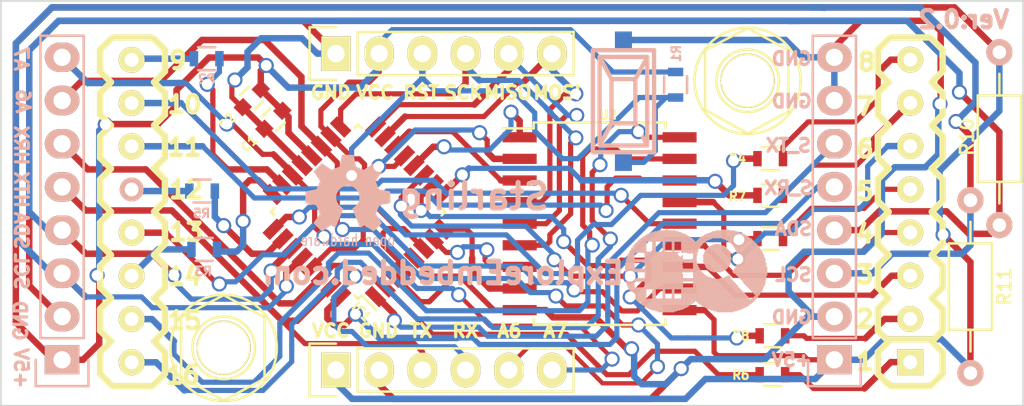
<source format=kicad_pcb>
(kicad_pcb (version 4) (host pcbnew 4.0.1-stable)
  (layers (0 F.Cu signal) (31 B.Cu signal) (34 B.Paste user) (35 F.Paste user) (36 B.SilkS user) (37 F.SilkS user) (38 B.Mask user) (39 F.Mask user) (44 Edge.Cuts user))
  (net 0 "")
  (net 1 +5C)
  (net 2 GND)
  (net 3 /S_TX)
  (net 4 "Net-(IC1-Pad2)")
  (net 5 /PB6)
  (net 6 /PB7)
  (net 7 "Net-(IC1-Pad9)")
  (net 8 "Net-(IC1-Pad10)")
  (net 9 "Net-(IC1-Pad11)")
  (net 10 "Net-(IC1-Pad12)")
  (net 11 "Net-(IC1-Pad13)")
  (net 12 "Net-(IC1-Pad14)")
  (net 13 /MOSI)
  (net 14 /MISO)
  (net 15 /SCK)
  (net 16 /ADC6)
  (net 17 /ADC7)
  (net 18 "Net-(IC1-Pad23)")
  (net 19 "Net-(IC1-Pad24)")
  (net 20 "Net-(IC1-Pad25)")
  (net 21 "Net-(IC1-Pad26)")
  (net 22 /SDA)
  (net 23 /SCL)
  (net 24 /RST)
  (net 25 /H_RX)
  (net 26 /H_TX)
  (net 27 /S_RX)
  (net 28 "Net-(R2-Pad1)")
  (net 29 "Net-(R3-Pad1)")
  (net 30 "Net-(R4-Pad1)")
  (net 31 "Net-(R5-Pad1)")
  (net 32 "Net-(R6-Pad1)")
  (net 33 "Net-(R7-Pad1)")
  (net 34 "Net-(R8-Pad1)")
  (net 35 "Net-(R9-Pad1)")
  (net 36 "Net-(U1-Pad10)")
  (net 37 "Net-(U1-Pad11)")
  (net 38 "Net-(U1-Pad13)")
  (net 39 "Net-(U1-Pad15)")
  (net 40 "Net-(U1-Pad16)")
  (net 41 "Net-(U1-Pad6)")
  (net 42 "Net-(U1-Pad4)")
  (net 43 "Net-(U1-Pad3)")
  (module EE:8X8_matrix_2.3inch (layer F.Cu) (at 149.2 77.8)
    (fp_text reference U1 hide)
    (fp_text value 8x8_Row_anode hide)
    (pad 9 thru_hole circle (at -22.9108 -8.93064) (size 1.524 1.524) (drill 0.8128) (layers *.Cu *.Mask F.SilkS) (net 28 "Net-(R2-Pad1)"))
    (pad 10 thru_hole circle (at -22.9108 -6.39064) (size 1.524 1.524) (drill 0.8128) (layers *.Cu *.Mask F.SilkS) (net 36 "Net-(U1-Pad10)"))
    (pad 11 thru_hole circle (at -22.9108 -3.85064) (size 1.524 1.524) (drill 0.8128) (layers *.Cu *.Mask F.SilkS) (net 37 "Net-(U1-Pad11)"))
    (pad 13 thru_hole circle (at -22.9108 1.22936) (size 1.524 1.524) (drill 0.8128) (layers *.Cu *.Mask F.SilkS) (net 38 "Net-(U1-Pad13)"))
    (pad 14 thru_hole circle (at -22.9108 3.76936) (size 1.524 1.524) (drill 0.8128) (layers *.Cu *.Mask F.SilkS) (net 29 "Net-(R3-Pad1)"))
    (pad 15 thru_hole circle (at -22.9108 6.30936) (size 1.524 1.524) (drill 0.8128) (layers *.Cu *.Mask F.SilkS) (net 39 "Net-(U1-Pad15)"))
    (pad 16 thru_hole circle (at -22.9108 8.84936) (size 1.524 1.524) (drill 0.8128) (layers *.Cu *.Mask F.SilkS) (net 40 "Net-(U1-Pad16)"))
    (pad 8 thru_hole circle (at 22.86 -8.9408) (size 1.524 1.524) (drill 0.8128) (layers *.Cu *.Mask F.SilkS) (net 30 "Net-(R4-Pad1)"))
    (pad 7 thru_hole circle (at 22.86 -6.4008) (size 1.524 1.524) (drill 0.8128) (layers *.Cu *.Mask F.SilkS) (net 33 "Net-(R7-Pad1)"))
    (pad 6 thru_hole circle (at 22.86 -3.8608) (size 1.524 1.524) (drill 0.8128) (layers *.Cu *.Mask F.SilkS) (net 41 "Net-(U1-Pad6)"))
    (pad 5 thru_hole circle (at 22.86 -1.3208) (size 1.524 1.524) (drill 0.8128) (layers *.Cu *.Mask F.SilkS) (net 35 "Net-(R9-Pad1)"))
    (pad 4 thru_hole circle (at 22.86 1.2192) (size 1.524 1.524) (drill 0.8128) (layers *.Cu *.Mask F.SilkS) (net 42 "Net-(U1-Pad4)"))
    (pad 3 thru_hole circle (at 22.86 3.7592) (size 1.524 1.524) (drill 0.8128) (layers *.Cu *.Mask F.SilkS) (net 43 "Net-(U1-Pad3)"))
    (pad 2 thru_hole circle (at 22.86 6.2992) (size 1.524 1.524) (drill 0.8128) (layers *.Cu *.Mask F.SilkS) (net 34 "Net-(R8-Pad1)"))
    (pad 1 thru_hole rect (at 22.86 8.8392) (size 1.524 1.524) (drill 0.8128) (layers *.Cu *.Mask F.SilkS) (net 32 "Net-(R6-Pad1)"))
    (pad 12 thru_hole circle (at -22.9108 -1.31064) (size 1.397 1.397) (drill 0.8128) (layers *.Cu *.SilkS *.Mask) (net 31 "Net-(R5-Pad1)"))
  )
  (module Resistors_ThroughHole:Resistor_Horizontal_RM10mm (layer F.Cu) (at 175.6 82.2 90)
    (fp_text reference R11 (at 0 2 90) (layer F.SilkS) (effects (font (size 0.762 0.762))))
    (fp_text value 10K hide)
    (pad 1 thru_hole circle (at -5.08 0 90) (size 1.54 1.54) (drill 0.8) (layers *.Cu *.SilkS *.Mask) (net 1 +5C))
    (pad 2 thru_hole circle (at 5.08 0 90) (size 1.54 1.54) (drill 0.8) (layers *.Cu *.SilkS *.Mask) (net 23 /SCL))
  )
  (module Resistors_ThroughHole:Resistor_Horizontal_RM10mm (layer F.Cu) (at 177.3 73.5 270)
    (fp_text reference R10 (at -0.1 1.9 270) (layer F.SilkS) (effects (font (size 0.762 0.762))))
    (fp_text value 10K hide)
    (pad 1 thru_hole circle (at -5.08 0 270) (size 1.54 1.54) (drill 0.8) (layers *.Cu *.SilkS *.Mask) (net 1 +5C))
    (pad 2 thru_hole circle (at 5.08 0 270) (size 1.54 1.54) (drill 0.8) (layers *.Cu *.SilkS *.Mask) (net 22 /SDA))
  )
  (module Capacitors_SMD:C_0603 (layer F.Cu) (at 134.62 72.39 225)
    (fp_text reference C1 (at 2.001112 0.007071 225) (layer F.SilkS) (effects (font (size 0.508 0.508) (thickness 0.127))))
    (fp_text value 0.1uF hide)
    (pad 1 smd rect (at -0.75 0 225) (size 0.8 0.75) (layers F.Cu F.Paste F.Mask) (net 1 +5C))
    (pad 2 smd rect (at 0.75 0 225) (size 0.8 0.75) (layers F.Cu F.Paste F.Mask) (net 2 GND))
  )
  (module Capacitors_SMD:C_0603 (layer F.Cu) (at 133.35 71.12 225)
    (fp_text reference C2 (at 2.001112 0.049497 225) (layer F.SilkS) (effects (font (size 0.508 0.508) (thickness 0.127))))
    (fp_text value 0.1uF hide)
    (pad 1 smd rect (at -0.75 0 225) (size 0.8 0.75) (layers F.Cu F.Paste F.Mask) (net 1 +5C))
    (pad 2 smd rect (at 0.75 0 225) (size 0.8 0.75) (layers F.Cu F.Paste F.Mask) (net 2 GND))
  )
  (module Housings_QFP:LQFP-32_7x7mm_Pitch0.8mm (layer F.Cu) (at 139.6 77.8 135)
    (fp_text reference IC1 (at -4.313351 -4.030509 135) (layer F.SilkS) (effects (font (size 0.508 0.508) (thickness 0.127))))
    (fp_text value ATMEGA8-AI hide)
    (pad 1 smd rect (at -4.25 -2.8 135) (size 1.2 0.6) (layers F.Cu F.Paste F.Mask) (net 3 /S_TX))
    (pad 2 smd rect (at -4.25 -2 135) (size 1.2 0.6) (layers F.Cu F.Paste F.Mask) (net 4 "Net-(IC1-Pad2)"))
    (pad 3 smd rect (at -4.25 -1.2 135) (size 1.2 0.6) (layers F.Cu F.Paste F.Mask) (net 2 GND))
    (pad 4 smd rect (at -4.25 -0.4 135) (size 1.2 0.6) (layers F.Cu F.Paste F.Mask) (net 1 +5C))
    (pad 5 smd rect (at -4.25 0.4 135) (size 1.2 0.6) (layers F.Cu F.Paste F.Mask) (net 2 GND))
    (pad 6 smd rect (at -4.25 1.2 135) (size 1.2 0.6) (layers F.Cu F.Paste F.Mask) (net 1 +5C))
    (pad 7 smd rect (at -4.25 2 135) (size 1.2 0.6) (layers F.Cu F.Paste F.Mask) (net 5 /PB6))
    (pad 8 smd rect (at -4.25 2.8 135) (size 1.2 0.6) (layers F.Cu F.Paste F.Mask) (net 6 /PB7))
    (pad 9 smd rect (at -2.8 4.25 225) (size 1.2 0.6) (layers F.Cu F.Paste F.Mask) (net 7 "Net-(IC1-Pad9)"))
    (pad 10 smd rect (at -2 4.25 225) (size 1.2 0.6) (layers F.Cu F.Paste F.Mask) (net 8 "Net-(IC1-Pad10)"))
    (pad 11 smd rect (at -1.2 4.25 225) (size 1.2 0.6) (layers F.Cu F.Paste F.Mask) (net 9 "Net-(IC1-Pad11)"))
    (pad 12 smd rect (at -0.4 4.25 225) (size 1.2 0.6) (layers F.Cu F.Paste F.Mask) (net 10 "Net-(IC1-Pad12)"))
    (pad 13 smd rect (at 0.4 4.25 225) (size 1.2 0.6) (layers F.Cu F.Paste F.Mask) (net 11 "Net-(IC1-Pad13)"))
    (pad 14 smd rect (at 1.2 4.25 225) (size 1.2 0.6) (layers F.Cu F.Paste F.Mask) (net 12 "Net-(IC1-Pad14)"))
    (pad 15 smd rect (at 2 4.25 225) (size 1.2 0.6) (layers F.Cu F.Paste F.Mask) (net 13 /MOSI))
    (pad 16 smd rect (at 2.8 4.25 225) (size 1.2 0.6) (layers F.Cu F.Paste F.Mask) (net 14 /MISO))
    (pad 17 smd rect (at 4.25 2.8 135) (size 1.2 0.6) (layers F.Cu F.Paste F.Mask) (net 15 /SCK))
    (pad 18 smd rect (at 4.25 2 135) (size 1.2 0.6) (layers F.Cu F.Paste F.Mask) (net 1 +5C))
    (pad 19 smd rect (at 4.25 1.2 135) (size 1.2 0.6) (layers F.Cu F.Paste F.Mask) (net 16 /ADC6))
    (pad 20 smd rect (at 4.25 0.4 135) (size 1.2 0.6) (layers F.Cu F.Paste F.Mask) (net 1 +5C))
    (pad 21 smd rect (at 4.25 -0.4 135) (size 1.2 0.6) (layers F.Cu F.Paste F.Mask) (net 2 GND))
    (pad 22 smd rect (at 4.25 -1.2 135) (size 1.2 0.6) (layers F.Cu F.Paste F.Mask) (net 17 /ADC7))
    (pad 23 smd rect (at 4.25 -2 135) (size 1.2 0.6) (layers F.Cu F.Paste F.Mask) (net 18 "Net-(IC1-Pad23)"))
    (pad 24 smd rect (at 4.25 -2.8 135) (size 1.2 0.6) (layers F.Cu F.Paste F.Mask) (net 19 "Net-(IC1-Pad24)"))
    (pad 25 smd rect (at 2.8 -4.25 225) (size 1.2 0.6) (layers F.Cu F.Paste F.Mask) (net 20 "Net-(IC1-Pad25)"))
    (pad 26 smd rect (at 2 -4.25 225) (size 1.2 0.6) (layers F.Cu F.Paste F.Mask) (net 21 "Net-(IC1-Pad26)"))
    (pad 27 smd rect (at 1.2 -4.25 225) (size 1.2 0.6) (layers F.Cu F.Paste F.Mask) (net 22 /SDA))
    (pad 28 smd rect (at 0.4 -4.25 225) (size 1.2 0.6) (layers F.Cu F.Paste F.Mask) (net 23 /SCL))
    (pad 29 smd rect (at -0.4 -4.25 225) (size 1.2 0.6) (layers F.Cu F.Paste F.Mask) (net 24 /RST))
    (pad 30 smd rect (at -1.2 -4.25 225) (size 1.2 0.6) (layers F.Cu F.Paste F.Mask) (net 25 /H_RX))
    (pad 31 smd rect (at -2 -4.25 225) (size 1.2 0.6) (layers F.Cu F.Paste F.Mask) (net 26 /H_TX))
    (pad 32 smd rect (at -2.8 -4.25 225) (size 1.2 0.6) (layers F.Cu F.Paste F.Mask) (net 27 /S_RX))
  )
  (module EE:M3_mounting (layer F.Cu) (at 162.5 70.1)
    (fp_text reference P1 hide)
    (fp_text value CONN_01X01 hide)
    (pad "" np_thru_hole circle (at 0 0) (size 3.2 3.2) (drill 3) (layers *.Cu *.Mask F.SilkS))
  )
  (module EE:M3_mounting (layer F.Cu) (at 131.7 85.8)
    (fp_text reference P2 hide)
    (fp_text value CONN_01X01 hide)
    (pad "" np_thru_hole circle (at 0 0) (size 3.2 3.2) (drill 3) (layers *.Cu *.Mask F.SilkS))
  )
  (module Pin_Headers:Pin_Header_Straight_1x06 (layer F.Cu) (at 138.3 68.5 90)
    (fp_text reference P3 hide)
    (fp_text value CONN_01X06 hide)
    (pad 1 thru_hole rect (at 0 0 90) (size 2.032 1.7272) (drill 1.016) (layers *.Cu *.Mask F.SilkS) (net 2 GND))
    (pad 2 thru_hole oval (at 0 2.54 90) (size 2.032 1.7272) (drill 1.016) (layers *.Cu *.Mask F.SilkS) (net 1 +5C))
    (pad 3 thru_hole oval (at 0 5.08 90) (size 2.032 1.7272) (drill 1.016) (layers *.Cu *.Mask F.SilkS) (net 24 /RST))
    (pad 4 thru_hole oval (at 0 7.62 90) (size 2.032 1.7272) (drill 1.016) (layers *.Cu *.Mask F.SilkS) (net 15 /SCK))
    (pad 5 thru_hole oval (at 0 10.16 90) (size 2.032 1.7272) (drill 1.016) (layers *.Cu *.Mask F.SilkS) (net 14 /MISO))
    (pad 6 thru_hole oval (at 0 12.7 90) (size 2.032 1.7272) (drill 1.016) (layers *.Cu *.Mask F.SilkS) (net 13 /MOSI))
  )
  (module Pin_Headers:Pin_Header_Straight_1x08 (layer B.Cu) (at 122.2 86.5)
    (fp_text reference P4 hide)
    (fp_text value CONN_01X08 hide)
    (pad 1 thru_hole rect (at 0 0) (size 2.032 1.7272) (drill 1.016) (layers *.Cu *.Mask B.SilkS) (net 1 +5C))
    (pad 2 thru_hole oval (at 0 -2.54) (size 2.032 1.7272) (drill 1.016) (layers *.Cu *.Mask B.SilkS) (net 2 GND))
    (pad 3 thru_hole oval (at 0 -5.08) (size 2.032 1.7272) (drill 1.016) (layers *.Cu *.Mask B.SilkS) (net 23 /SCL))
    (pad 4 thru_hole oval (at 0 -7.62) (size 2.032 1.7272) (drill 1.016) (layers *.Cu *.Mask B.SilkS) (net 22 /SDA))
    (pad 5 thru_hole oval (at 0 -10.16) (size 2.032 1.7272) (drill 1.016) (layers *.Cu *.Mask B.SilkS) (net 26 /H_TX))
    (pad 6 thru_hole oval (at 0 -12.7) (size 2.032 1.7272) (drill 1.016) (layers *.Cu *.Mask B.SilkS) (net 25 /H_RX))
    (pad 7 thru_hole oval (at 0 -15.24) (size 2.032 1.7272) (drill 1.016) (layers *.Cu *.Mask B.SilkS) (net 16 /ADC6))
    (pad 8 thru_hole oval (at 0 -17.78) (size 2.032 1.7272) (drill 1.016) (layers *.Cu *.Mask B.SilkS) (net 17 /ADC7))
  )
  (module Pin_Headers:Pin_Header_Straight_1x08 (layer B.Cu) (at 167.6 86.5)
    (fp_text reference P5 hide)
    (fp_text value CONN_01X08 hide)
    (pad 1 thru_hole rect (at 0 0) (size 2.032 1.7272) (drill 1.016) (layers *.Cu *.Mask B.SilkS) (net 1 +5C))
    (pad 2 thru_hole oval (at 0 -2.54) (size 2.032 1.7272) (drill 1.016) (layers *.Cu *.Mask B.SilkS) (net 2 GND))
    (pad 3 thru_hole oval (at 0 -5.08) (size 2.032 1.7272) (drill 1.016) (layers *.Cu *.Mask B.SilkS) (net 23 /SCL))
    (pad 4 thru_hole oval (at 0 -7.62) (size 2.032 1.7272) (drill 1.016) (layers *.Cu *.Mask B.SilkS) (net 22 /SDA))
    (pad 5 thru_hole oval (at 0 -10.16) (size 2.032 1.7272) (drill 1.016) (layers *.Cu *.Mask B.SilkS) (net 27 /S_RX))
    (pad 6 thru_hole oval (at 0 -12.7) (size 2.032 1.7272) (drill 1.016) (layers *.Cu *.Mask B.SilkS) (net 3 /S_TX))
    (pad 7 thru_hole oval (at 0 -15.24) (size 2.032 1.7272) (drill 1.016) (layers *.Cu *.Mask B.SilkS) (net 2 GND))
    (pad 8 thru_hole oval (at 0 -17.78) (size 2.032 1.7272) (drill 1.016) (layers *.Cu *.Mask B.SilkS) (net 2 GND))
  )
  (module Resistors_SMD:R_0603 (layer B.Cu) (at 158.2674 70.3326 270)
    (fp_text reference R1 (at -1.8326 -0.0326 270) (layer B.SilkS) (effects (font (size 0.508 0.508) (thickness 0.127)) (justify mirror)))
    (fp_text value 10K hide)
    (pad 1 smd rect (at -0.75 0 270) (size 0.5 0.9) (layers B.Cu B.Paste B.Mask) (net 1 +5C))
    (pad 2 smd rect (at 0.75 0 270) (size 0.5 0.9) (layers B.Cu B.Paste B.Mask) (net 24 /RST))
  )
  (module Resistors_SMD:R_0603 (layer B.Cu) (at 130.7 68.8)
    (fp_text reference R2 (at 0 1.2) (layer B.SilkS) (effects (font (size 0.508 0.508) (thickness 0.127)) (justify mirror)))
    (fp_text value 22r hide)
    (pad 1 smd rect (at -0.75 0) (size 0.5 0.9) (layers B.Cu B.Paste B.Mask) (net 28 "Net-(R2-Pad1)"))
    (pad 2 smd rect (at 0.75 0) (size 0.5 0.9) (layers B.Cu B.Paste B.Mask) (net 18 "Net-(IC1-Pad23)"))
  )
  (module Resistors_SMD:R_0603 (layer B.Cu) (at 130.556 80.01)
    (fp_text reference R3 (at -0.056 1.29) (layer B.SilkS) (effects (font (size 0.508 0.508) (thickness 0.127)) (justify mirror)))
    (fp_text value 22r hide)
    (pad 1 smd rect (at -0.75 0) (size 0.5 0.9) (layers B.Cu B.Paste B.Mask) (net 29 "Net-(R3-Pad1)"))
    (pad 2 smd rect (at 0.75 0) (size 0.5 0.9) (layers B.Cu B.Paste B.Mask) (net 19 "Net-(IC1-Pad24)"))
  )
  (module Resistors_SMD:R_0603 (layer F.Cu) (at 163.83 74.676 180)
    (fp_text reference R4 (at 1.93 -0.024 180) (layer F.SilkS) (effects (font (size 0.508 0.508) (thickness 0.127))))
    (fp_text value 22r hide)
    (pad 1 smd rect (at -0.75 0 180) (size 0.5 0.9) (layers F.Cu F.Paste F.Mask) (net 30 "Net-(R4-Pad1)"))
    (pad 2 smd rect (at 0.75 0 180) (size 0.5 0.9) (layers F.Cu F.Paste F.Mask) (net 20 "Net-(IC1-Pad25)"))
  )
  (module Resistors_SMD:R_0603 (layer B.Cu) (at 130.429 76.581)
    (fp_text reference R5 (at -0.029 1.319) (layer B.SilkS) (effects (font (size 0.508 0.508) (thickness 0.127)) (justify mirror)))
    (fp_text value 22r hide)
    (pad 1 smd rect (at -0.75 0) (size 0.5 0.9) (layers B.Cu B.Paste B.Mask) (net 31 "Net-(R5-Pad1)"))
    (pad 2 smd rect (at 0.75 0) (size 0.5 0.9) (layers B.Cu B.Paste B.Mask) (net 21 "Net-(IC1-Pad26)"))
  )
  (module Resistors_SMD:R_0603 (layer F.Cu) (at 163.957 87.376 180)
    (fp_text reference R6 (at 1.857 -0.024 180) (layer F.SilkS) (effects (font (size 0.508 0.508) (thickness 0.127))))
    (fp_text value 22r hide)
    (pad 1 smd rect (at -0.75 0 180) (size 0.5 0.9) (layers F.Cu F.Paste F.Mask) (net 32 "Net-(R6-Pad1)"))
    (pad 2 smd rect (at 0.75 0 180) (size 0.5 0.9) (layers F.Cu F.Paste F.Mask) (net 4 "Net-(IC1-Pad2)"))
  )
  (module Resistors_SMD:R_0603 (layer F.Cu) (at 163.83 76.835 180)
    (fp_text reference R7 (at 1.93 -0.065 180) (layer F.SilkS) (effects (font (size 0.508 0.508) (thickness 0.127))))
    (fp_text value 22r hide)
    (pad 1 smd rect (at -0.75 0 180) (size 0.5 0.9) (layers F.Cu F.Paste F.Mask) (net 33 "Net-(R7-Pad1)"))
    (pad 2 smd rect (at 0.75 0 180) (size 0.5 0.9) (layers F.Cu F.Paste F.Mask) (net 7 "Net-(IC1-Pad9)"))
  )
  (module Resistors_SMD:R_0603 (layer F.Cu) (at 163.957 85.09 180)
    (fp_text reference R8 (at 1.857 -0.01 180) (layer F.SilkS) (effects (font (size 0.508 0.508) (thickness 0.127))))
    (fp_text value 22r hide)
    (pad 1 smd rect (at -0.75 0 180) (size 0.5 0.9) (layers F.Cu F.Paste F.Mask) (net 34 "Net-(R8-Pad1)"))
    (pad 2 smd rect (at 0.75 0 180) (size 0.5 0.9) (layers F.Cu F.Paste F.Mask) (net 8 "Net-(IC1-Pad10)"))
  )
  (module Resistors_SMD:R_0603 (layer F.Cu) (at 163.83 79.375 180)
    (fp_text reference R9 (at 1.93 -0.025 180) (layer F.SilkS) (effects (font (size 0.508 0.508) (thickness 0.127))))
    (fp_text value 22r hide)
    (pad 1 smd rect (at -0.75 0 180) (size 0.5 0.9) (layers F.Cu F.Paste F.Mask) (net 35 "Net-(R9-Pad1)"))
    (pad 2 smd rect (at 0.75 0 180) (size 0.5 0.9) (layers F.Cu F.Paste F.Mask) (net 9 "Net-(IC1-Pad11)"))
  )
  (module EE:smd_push (layer B.Cu) (at 155.2 71.3 270)
    (fp_text reference SW1 hide)
    (fp_text value SPST hide)
    (pad 1 smd rect (at -3.59918 0 270) (size 1.00076 1.00076) (layers B.Cu B.Paste B.Mask) (net 2 GND))
    (pad 2 smd rect (at 3.59918 0 270) (size 1.00076 1.00076) (layers B.Cu B.Paste B.Mask) (net 24 /RST))
  )
  (module Housings_SOIC:SOIC-18_7.5x11.6mm_Pitch1.27mm (layer F.Cu) (at 153.8 78.5)
    (fp_text reference U2 (at 0.5 -6.4) (layer F.SilkS) (effects (font (size 0.508 0.508) (thickness 0.127))))
    (fp_text value ULN2803 hide)
    (pad 1 smd rect (at -4.7 -5.08) (size 2 0.6) (layers F.Cu F.Paste F.Mask) (net 10 "Net-(IC1-Pad12)"))
    (pad 2 smd rect (at -4.7 -3.81) (size 2 0.6) (layers F.Cu F.Paste F.Mask) (net 11 "Net-(IC1-Pad13)"))
    (pad 3 smd rect (at -4.7 -2.54) (size 2 0.6) (layers F.Cu F.Paste F.Mask) (net 12 "Net-(IC1-Pad14)"))
    (pad 4 smd rect (at -4.7 -1.27) (size 2 0.6) (layers F.Cu F.Paste F.Mask) (net 13 /MOSI))
    (pad 5 smd rect (at -4.7 0) (size 2 0.6) (layers F.Cu F.Paste F.Mask) (net 14 /MISO))
    (pad 6 smd rect (at -4.7 1.27) (size 2 0.6) (layers F.Cu F.Paste F.Mask) (net 15 /SCK))
    (pad 7 smd rect (at -4.7 2.54) (size 2 0.6) (layers F.Cu F.Paste F.Mask) (net 5 /PB6))
    (pad 8 smd rect (at -4.7 3.81) (size 2 0.6) (layers F.Cu F.Paste F.Mask) (net 6 /PB7))
    (pad 9 smd rect (at -4.7 5.08) (size 2 0.6) (layers F.Cu F.Paste F.Mask) (net 2 GND))
    (pad 10 smd rect (at 4.7 5.08) (size 2 0.6) (layers F.Cu F.Paste F.Mask) (net 1 +5C))
    (pad 11 smd rect (at 4.7 3.81) (size 2 0.6) (layers F.Cu F.Paste F.Mask) (net 38 "Net-(U1-Pad13)"))
    (pad 12 smd rect (at 4.7 2.54) (size 2 0.6) (layers F.Cu F.Paste F.Mask) (net 43 "Net-(U1-Pad3)"))
    (pad 13 smd rect (at 4.7 1.27) (size 2 0.6) (layers F.Cu F.Paste F.Mask) (net 42 "Net-(U1-Pad4)"))
    (pad 14 smd rect (at 4.7 0) (size 2 0.6) (layers F.Cu F.Paste F.Mask) (net 36 "Net-(U1-Pad10)"))
    (pad 15 smd rect (at 4.7 -1.27) (size 2 0.6) (layers F.Cu F.Paste F.Mask) (net 41 "Net-(U1-Pad6)"))
    (pad 16 smd rect (at 4.7 -2.54) (size 2 0.6) (layers F.Cu F.Paste F.Mask) (net 37 "Net-(U1-Pad11)"))
    (pad 17 smd rect (at 4.7 -3.81) (size 2 0.6) (layers F.Cu F.Paste F.Mask) (net 39 "Net-(U1-Pad15)"))
    (pad 18 smd rect (at 4.7 -5.08) (size 2 0.6) (layers F.Cu F.Paste F.Mask) (net 40 "Net-(U1-Pad16)"))
  )
  (module Pin_Headers:Pin_Header_Straight_1x06 (layer F.Cu) (at 138.3 87.1 90)
    (fp_text reference P6 hide)
    (fp_text value CONN_01X06 hide)
    (pad 1 thru_hole rect (at 0 0 90) (size 2.032 1.7272) (drill 1.016) (layers *.Cu *.Mask F.SilkS) (net 1 +5C))
    (pad 2 thru_hole oval (at 0 2.54 90) (size 2.032 1.7272) (drill 1.016) (layers *.Cu *.Mask F.SilkS) (net 2 GND))
    (pad 3 thru_hole oval (at 0 5.08 90) (size 2.032 1.7272) (drill 1.016) (layers *.Cu *.Mask F.SilkS) (net 26 /H_TX))
    (pad 4 thru_hole oval (at 0 7.62 90) (size 2.032 1.7272) (drill 1.016) (layers *.Cu *.Mask F.SilkS) (net 25 /H_RX))
    (pad 5 thru_hole oval (at 0 10.16 90) (size 2.032 1.7272) (drill 1.016) (layers *.Cu *.Mask F.SilkS) (net 16 /ADC6))
    (pad 6 thru_hole oval (at 0 12.7 90) (size 2.032 1.7272) (drill 1.016) (layers *.Cu *.Mask F.SilkS) (net 17 /ADC7))
  )
  (module "Logo:LOGO (2)" (layer B.Cu) (at 164.3 78.5 180)
    (fp_text reference LOGO hide)
    (fp_text value "" (at 0 0 180) (layer B.SilkS) (effects (justify mirror)))
  )
  (module Open_H:Logo_silk_OSHW_6x6mm (layer B.Cu) (at 139 76.7 180)
    (fp_text reference G*** hide)
    (fp_text value LOGO hide)
  )
  (gr_line (start 118.6 89.2) (end 178.7 89.2) (angle 90) (layer Edge.Cuts) (width 0.1))
  (gr_line (start 118.6 65.4) (end 118.6 89.2) (angle 90) (layer Edge.Cuts) (width 0.1))
  (gr_line (start 178.7 65.4) (end 118.6 65.4) (angle 90) (layer Edge.Cuts) (width 0.1))
  (gr_line (start 178.7 89.2) (end 178.7 65.4) (angle 90) (layer Edge.Cuts) (width 0.1))
  (gr_text Ver:0.2 (at 175.2 66.5) (layer B.SilkS) (effects (font (size 1.016 1.016) (thickness 0.254)) (justify mirror)))
  (gr_text Starling (at 146.4 76.9) (layer B.SilkS) (effects (font (size 1.5 1.5) (thickness 0.3)) (justify mirror)))
  (gr_text ExploreEmbedded.com (at 144.6 81.4) (layer B.SilkS) (effects (font (size 1.27 1.27) (thickness 0.3)) (justify mirror)))
  (gr_text A7 (at 119.8 68.8 270) (layer B.SilkS) (effects (font (size 0.762 0.762) (thickness 0.1905)) (justify mirror)))
  (gr_text A6 (at 119.9 71.3 270) (layer B.SilkS) (effects (font (size 0.762 0.762) (thickness 0.1905)) (justify mirror)))
  (gr_text HRX (at 119.8 73.9 270) (layer B.SilkS) (effects (font (size 0.762 0.762) (thickness 0.1905)) (justify mirror)))
  (gr_text HTX (at 119.8 76.5 270) (layer B.SilkS) (effects (font (size 0.762 0.762) (thickness 0.1905)) (justify mirror)))
  (gr_text SDA (at 119.8 78.9 270) (layer B.SilkS) (effects (font (size 0.762 0.762) (thickness 0.1905)) (justify mirror)))
  (gr_text SCL (at 119.8 81.3 270) (layer B.SilkS) (effects (font (size 0.762 0.762) (thickness 0.1905)) (justify mirror)))
  (gr_text GND (at 119.7 84.2 270) (layer B.SilkS) (effects (font (size 0.762 0.762) (thickness 0.1905)) (justify mirror)))
  (gr_text +5V (at 119.8 87 270) (layer B.SilkS) (effects (font (size 0.762 0.762) (thickness 0.1905)) (justify mirror)))
  (gr_text +5V (at 165.1 86.5) (layer B.SilkS) (effects (font (size 0.762 0.762) (thickness 0.1905)) (justify mirror)))
  (gr_text GND (at 165.1 84) (layer B.SilkS) (effects (font (size 0.762 0.762) (thickness 0.1905)) (justify mirror)))
  (gr_text SCL (at 165.2 81.5) (layer B.SilkS) (effects (font (size 0.762 0.762) (thickness 0.1905)) (justify mirror)))
  (gr_text SDA (at 165.2 78.8) (layer B.SilkS) (effects (font (size 0.762 0.762) (thickness 0.1905)) (justify mirror)))
  (gr_text S_RX (at 164.9 76.4) (layer B.SilkS) (effects (font (size 0.762 0.762) (thickness 0.1905)) (justify mirror)))
  (gr_text S_TX (at 164.9 73.9) (layer B.SilkS) (effects (font (size 0.762 0.762) (thickness 0.1905)) (justify mirror)))
  (gr_text GND (at 165.1 71.3) (layer B.SilkS) (effects (font (size 0.762 0.762) (thickness 0.1905)) (justify mirror)))
  (gr_text GND (at 165.1 68.8) (layer B.SilkS) (effects (font (size 0.762 0.762) (thickness 0.1905)) (justify mirror)))
  (gr_text 16 (at 129.3 87.4) (layer F.SilkS) (effects (font (size 1.016 1.016) (thickness 0.254))))
  (gr_text 15 (at 129.4 84.2) (layer F.SilkS) (effects (font (size 1.016 1.016) (thickness 0.254))))
  (gr_text 14 (at 129.4 81.6) (layer F.SilkS) (effects (font (size 1.016 1.016) (thickness 0.254))))
  (gr_text 13 (at 129.5 79) (layer F.SilkS) (effects (font (size 1.016 1.016) (thickness 0.254))))
  (gr_text 12 (at 129.5 76.5) (layer F.SilkS) (effects (font (size 1.016 1.016) (thickness 0.254))))
  (gr_text 11 (at 129.4 74) (layer F.SilkS) (effects (font (size 1.016 1.016) (thickness 0.254))))
  (gr_text 10 (at 129.4 71.5) (layer F.SilkS) (effects (font (size 1.016 1.016) (thickness 0.254))))
  (gr_text 9 (at 129 68.9) (layer F.SilkS) (effects (font (size 1.016 1.016) (thickness 0.254))))
  (gr_text 8 (at 169.5 69) (layer F.SilkS) (effects (font (size 1.016 1.016) (thickness 0.254))))
  (gr_text 7 (at 169.4 71.6) (layer F.SilkS) (effects (font (size 1.016 1.016) (thickness 0.254))))
  (gr_text 5 (at 169.4 76.6) (layer F.SilkS) (effects (font (size 1.016 1.016) (thickness 0.254))))
  (gr_text 6 (at 169.4 74.1) (layer F.SilkS) (effects (font (size 1.016 1.016) (thickness 0.254))))
  (gr_text 4 (at 169.4 79.1) (layer F.SilkS) (effects (font (size 1.016 1.016) (thickness 0.254))))
  (gr_text 3 (at 169.4 81.5) (layer F.SilkS) (effects (font (size 1.016 1.016) (thickness 0.254))))
  (gr_text 2 (at 169.4 84.1) (layer F.SilkS) (effects (font (size 1.016 1.016) (thickness 0.254))))
  (gr_text 1 (at 169.4 86.6) (layer F.SilkS) (effects (font (size 1.016 1.016) (thickness 0.254))))
  (gr_text A7 (at 151.2 84.8) (layer F.SilkS) (effects (font (size 0.762 0.762) (thickness 0.1905))))
  (gr_text A6 (at 148.5 84.8) (layer F.SilkS) (effects (font (size 0.762 0.762) (thickness 0.1905))))
  (gr_text RX (at 145.9 84.8) (layer F.SilkS) (effects (font (size 0.762 0.762) (thickness 0.1905))))
  (gr_text TX (at 143.3 84.8) (layer F.SilkS) (effects (font (size 0.762 0.762) (thickness 0.1905))))
  (gr_text GND (at 140.8 84.8) (layer F.SilkS) (effects (font (size 0.762 0.762) (thickness 0.1905))))
  (gr_text VCC (at 138 84.8) (layer F.SilkS) (effects (font (size 0.762 0.762) (thickness 0.1905))))
  (gr_text MOSI (at 151.3 70.8) (layer F.SilkS) (effects (font (size 0.762 0.762) (thickness 0.1905))))
  (gr_text MISO (at 148.4 70.8) (layer F.SilkS) (effects (font (size 0.762 0.762) (thickness 0.1905))))
  (gr_text SCK (at 145.8 70.8) (layer F.SilkS) (effects (font (size 0.762 0.762) (thickness 0.1905))))
  (gr_text RST (at 143.3 70.8) (layer F.SilkS) (effects (font (size 0.762 0.762) (thickness 0.1905))))
  (gr_text VCC (at 140.6 70.8) (layer F.SilkS) (effects (font (size 0.762 0.762) (thickness 0.1905))))
  (gr_text GND (at 138 70.8) (layer F.SilkS) (effects (font (size 0.762 0.762) (thickness 0.1905))))
  (segment (start 138.3 87.1) (end 138.3 87.8556) (width 0.381) (layer B.Cu) (net 1))
  (segment (start 138.3 87.8556) (end 139.2428 88.7984) (width 0.381) (layer B.Cu) (net 1))
  (segment (start 139.2428 88.7984) (end 158.8516 88.7984) (width 0.381) (layer B.Cu) (net 1))
  (segment (start 158.8516 88.7984) (end 160.02 87.63) (width 0.381) (layer B.Cu) (net 1))
  (segment (start 160.02 87.63) (end 166.47 87.63) (width 0.381) (layer B.Cu) (net 1))
  (segment (start 166.47 87.63) (end 167.6 86.5) (width 0.381) (layer B.Cu) (net 1))
  (segment (start 133.88033 70.58967) (end 133.88033 69.51967) (width 0.381) (layer F.Cu) (net 1))
  (segment (start 139.7 70.5) (end 140.84 69.36) (width 0.381) (layer B.Cu) (net 1))
  (segment (start 138.84 70.5) (end 139.7 70.5) (width 0.381) (layer B.Cu) (net 1))
  (segment (start 135.5 70.5) (end 138.84 70.5) (width 0.381) (layer B.Cu) (net 1))
  (segment (start 134.2 69.2) (end 135.5 70.5) (width 0.381) (layer B.Cu) (net 1))
  (via (at 134.2 69.2) (size 0.889) (layers F.Cu B.Cu) (net 1))
  (segment (start 133.88033 69.51967) (end 134.2 69.2) (width 0.381) (layer F.Cu) (net 1))
  (segment (start 140.84 69.36) (end 140.84 68.5) (width 0.381) (layer B.Cu) (net 1))
  (segment (start 149.9 67.094102) (end 141.605898 67.094102) (width 0.3048) (layer B.Cu) (net 1))
  (segment (start 141.605898 67.094102) (end 140.84 67.86) (width 0.3048) (layer B.Cu) (net 1))
  (segment (start 140.84 67.86) (end 140.84 68.5) (width 0.3048) (layer B.Cu) (net 1))
  (segment (start 158.2674 69.5826) (end 154.5826 69.5826) (width 0.3048) (layer B.Cu) (net 1))
  (segment (start 152.094102 67.094102) (end 149.9 67.094102) (width 0.3048) (layer B.Cu) (net 1))
  (segment (start 149.9 67.094102) (end 150.005898 67.094102) (width 0.3048) (layer B.Cu) (net 1))
  (segment (start 154.5826 69.5826) (end 152.094102 67.094102) (width 0.3048) (layer B.Cu) (net 1))
  (segment (start 170.561 85.2932) (end 173.8884 85.2932) (width 0.381) (layer B.Cu) (net 1))
  (segment (start 122.2 86.5) (end 121.679 86.5) (width 0.381) (layer F.Cu) (net 1))
  (segment (start 121.679 86.5) (end 119.4816 84.3026) (width 0.381) (layer F.Cu) (net 1))
  (segment (start 119.4816 84.3026) (end 119.4816 67.9196) (width 0.381) (layer F.Cu) (net 1))
  (segment (start 119.4816 67.9196) (end 121.6152 65.786) (width 0.381) (layer F.Cu) (net 1))
  (segment (start 121.6152 65.786) (end 174.666 65.786) (width 0.381) (layer F.Cu) (net 1))
  (segment (start 174.666 65.786) (end 177.3 68.42) (width 0.381) (layer F.Cu) (net 1))
  (segment (start 167.6 86.5) (end 166.0274 86.5) (width 0.3048) (layer F.Cu) (net 1))
  (segment (start 159.9578 83.58) (end 158.5 83.58) (width 0.381) (layer F.Cu) (net 1))
  (segment (start 160.528 84.1502) (end 159.9578 83.58) (width 0.3048) (layer F.Cu) (net 1))
  (segment (start 160.528 86.0552) (end 160.528 84.1502) (width 0.3048) (layer F.Cu) (net 1))
  (segment (start 160.7312 86.2584) (end 160.528 86.0552) (width 0.3048) (layer F.Cu) (net 1))
  (segment (start 165.7858 86.2584) (end 160.7312 86.2584) (width 0.3048) (layer F.Cu) (net 1))
  (segment (start 166.0274 86.5) (end 165.7858 86.2584) (width 0.3048) (layer F.Cu) (net 1))
  (segment (start 138.00901 73.380583) (end 138.00901 73.36601) (width 0.3048) (layer F.Cu) (net 1))
  (segment (start 138.00901 73.36601) (end 137.414 72.771) (width 0.3048) (layer F.Cu) (net 1))
  (segment (start 140.84 69.599) (end 140.84 68.5) (width 0.3048) (layer F.Cu) (net 1))
  (segment (start 140.2588 70.1802) (end 140.84 69.599) (width 0.3048) (layer F.Cu) (net 1))
  (segment (start 139.065 70.1802) (end 140.2588 70.1802) (width 0.3048) (layer F.Cu) (net 1))
  (segment (start 137.414 71.8312) (end 139.065 70.1802) (width 0.3048) (layer F.Cu) (net 1))
  (segment (start 137.414 72.771) (end 137.414 71.8312) (width 0.3048) (layer F.Cu) (net 1))
  (segment (start 136.877639 74.511953) (end 136.945153 74.511953) (width 0.3048) (layer F.Cu) (net 1))
  (segment (start 142.322361 81.088047) (end 142.322361 81.006761) (width 0.3048) (layer F.Cu) (net 1))
  (segment (start 141.0716 79.0448) (end 141.3256 78.7908) (width 0.3048) (layer F.Cu) (net 1))
  (segment (start 141.0716 79.4004) (end 141.0716 79.0448) (width 0.3048) (layer F.Cu) (net 1))
  (segment (start 141.0716 79.756) (end 141.0716 79.4004) (width 0.3048) (layer F.Cu) (net 1))
  (segment (start 142.322361 81.006761) (end 141.0716 79.756) (width 0.3048) (layer F.Cu) (net 1))
  (segment (start 141.3256 78.7908) (end 141.9606 78.7908) (width 0.3048) (layer F.Cu) (net 1))
  (segment (start 141.9606 78.7908) (end 142.287856 78.7908) (width 0.3048) (layer F.Cu) (net 1))
  (segment (start 142.287856 78.7908) (end 143.453732 79.956676) (width 0.3048) (layer F.Cu) (net 1))
  (segment (start 175.6 87.28) (end 175.6 80.7564) (width 0.381) (layer F.Cu) (net 1))
  (segment (start 177.3 71.874) (end 177.3 68.42) (width 0.381) (layer B.Cu) (net 1))
  (segment (start 173.7868 75.3872) (end 177.3 71.874) (width 0.381) (layer B.Cu) (net 1))
  (segment (start 173.7868 78.9432) (end 173.7868 75.3872) (width 0.381) (layer B.Cu) (net 1))
  (segment (start 173.99 79.1464) (end 173.7868 78.9432) (width 0.3048) (layer B.Cu) (net 1))
  (via (at 173.99 79.1464) (size 0.889) (layers F.Cu B.Cu) (net 1))
  (segment (start 175.6 80.7564) (end 173.99 79.1464) (width 0.381) (layer F.Cu) (net 1))
  (segment (start 167.6 86.5) (end 169.3288 86.5) (width 0.381) (layer B.Cu) (net 1))
  (segment (start 173.8884 85.2932) (end 175.6 87.0048) (width 0.381) (layer B.Cu) (net 1))
  (segment (start 170.5356 85.2932) (end 170.561 85.2932) (width 0.3048) (layer B.Cu) (net 1))
  (segment (start 169.3288 86.5) (end 170.5356 85.2932) (width 0.381) (layer B.Cu) (net 1))
  (segment (start 175.6 87.0048) (end 175.6 87.28) (width 0.3048) (layer B.Cu) (net 1))
  (segment (start 135.15033 71.85967) (end 133.88033 70.58967) (width 0.381) (layer F.Cu) (net 1))
  (segment (start 136.877639 74.511953) (end 136.868953 74.511953) (width 0.381) (layer F.Cu) (net 1))
  (segment (start 136.868953 74.511953) (end 135.509 73.152) (width 0.381) (layer F.Cu) (net 1))
  (segment (start 135.509 73.152) (end 135.509 72.21834) (width 0.381) (layer F.Cu) (net 1))
  (segment (start 135.509 72.21834) (end 135.15033 71.85967) (width 0.381) (layer F.Cu) (net 1))
  (segment (start 134.1986 69.2) (end 133.731 68.7324) (width 0.381) (layer F.Cu) (net 1))
  (segment (start 133.731 68.7324) (end 130.8354 68.7324) (width 0.381) (layer F.Cu) (net 1))
  (segment (start 130.8354 68.7324) (end 128.9304 70.6374) (width 0.381) (layer F.Cu) (net 1))
  (segment (start 128.9304 70.6374) (end 128.9304 71.5518) (width 0.381) (layer F.Cu) (net 1))
  (segment (start 127.8382 72.644) (end 127.7874 72.6948) (width 0.381) (layer F.Cu) (net 1))
  (segment (start 128.9304 71.5518) (end 127.8382 72.644) (width 0.381) (layer F.Cu) (net 1))
  (segment (start 134.2 69.2) (end 134.1986 69.2) (width 0.381) (layer F.Cu) (net 1))
  (segment (start 124.7648 72.644) (end 124.7394 72.6694) (width 0.381) (layer F.Cu) (net 1))
  (via (at 124.7394 72.6694) (size 0.889) (layers F.Cu B.Cu) (net 1))
  (segment (start 124.7394 72.6694) (end 124.3838 73.025) (width 0.381) (layer B.Cu) (net 1))
  (segment (start 124.3838 73.025) (end 124.3838 81.407) (width 0.381) (layer B.Cu) (net 1))
  (segment (start 124.3838 81.407) (end 124.2568 81.534) (width 0.381) (layer B.Cu) (net 1))
  (via (at 124.2568 81.534) (size 0.889) (layers F.Cu B.Cu) (net 1))
  (segment (start 124.2568 81.534) (end 124.3838 81.661) (width 0.381) (layer F.Cu) (net 1))
  (segment (start 124.3838 81.661) (end 124.3838 85.5472) (width 0.381) (layer F.Cu) (net 1))
  (segment (start 124.3838 85.5472) (end 123.431 86.5) (width 0.381) (layer F.Cu) (net 1))
  (segment (start 123.431 86.5) (end 122.2 86.5) (width 0.381) (layer F.Cu) (net 1))
  (segment (start 127.8382 72.644) (end 124.7648 72.644) (width 0.381) (layer F.Cu) (net 1))
  (segment (start 138.00901 73.380583) (end 138.00901 73.39141) (width 0.3048) (layer F.Cu) (net 1))
  (segment (start 140.5382 77.3684) (end 141.9606 78.7908) (width 0.3048) (layer F.Cu) (net 1))
  (segment (start 138.00901 73.39141) (end 139.3063 74.6887) (width 0.3048) (layer F.Cu) (net 1))
  (segment (start 139.9794 75.4761) (end 140.5382 76.0349) (width 0.3048) (layer F.Cu) (net 1))
  (segment (start 139.9794 75.0062) (end 139.9794 75.4761) (width 0.3048) (layer F.Cu) (net 1))
  (segment (start 139.6619 74.6887) (end 139.9794 75.0062) (width 0.3048) (layer F.Cu) (net 1))
  (segment (start 139.3063 74.6887) (end 139.6619 74.6887) (width 0.3048) (layer F.Cu) (net 1))
  (segment (start 140.5382 76.0349) (end 140.5382 77.3684) (width 0.3048) (layer F.Cu) (net 1))
  (segment (start 167.6 71.26) (end 167.6 68.72) (width 0.381) (layer B.Cu) (net 2))
  (segment (start 168.7322 80.1497) (end 169.3291 80.1497) (width 0.381) (layer B.Cu) (net 2))
  (segment (start 170.3832 77.9526) (end 170.3959 77.9526) (width 0.381) (layer B.Cu) (net 2))
  (segment (start 170.3832 79.0956) (end 170.3832 77.9526) (width 0.381) (layer B.Cu) (net 2))
  (segment (start 169.3291 80.1497) (end 170.3832 79.0956) (width 0.381) (layer B.Cu) (net 2))
  (segment (start 167.6 68.72) (end 167.6 68.112) (width 0.381) (layer F.Cu) (net 2))
  (segment (start 167.6 68.112) (end 169.1386 66.5734) (width 0.381) (layer F.Cu) (net 2))
  (segment (start 140.84 87.1) (end 140.84 87.9572) (width 0.381) (layer F.Cu) (net 2))
  (segment (start 156.8196 88.7984) (end 158.5976 87.0204) (width 0.381) (layer F.Cu) (net 2))
  (segment (start 141.6812 88.7984) (end 156.8196 88.7984) (width 0.381) (layer F.Cu) (net 2))
  (segment (start 140.84 87.9572) (end 141.6812 88.7984) (width 0.381) (layer F.Cu) (net 2))
  (via (at 158.5976 87.0204) (size 0.889) (layers F.Cu B.Cu) (net 2))
  (segment (start 163.5252 86.4616) (end 166.0268 83.96) (width 0.381) (layer B.Cu) (net 2))
  (segment (start 159.1564 86.4616) (end 163.5252 86.4616) (width 0.381) (layer B.Cu) (net 2))
  (segment (start 158.5976 87.0204) (end 159.1564 86.4616) (width 0.381) (layer B.Cu) (net 2))
  (segment (start 166.0268 83.96) (end 167.6 83.96) (width 0.381) (layer B.Cu) (net 2))
  (segment (start 138.3 68.5) (end 137.2 68.5) (width 0.381) (layer B.Cu) (net 2))
  (segment (start 133.1 69.3126) (end 132.3594 70.0532) (width 0.381) (layer B.Cu) (net 2))
  (segment (start 133.1 68.4) (end 133.1 69.3126) (width 0.381) (layer B.Cu) (net 2))
  (segment (start 133.9 67.6) (end 133.1 68.4) (width 0.381) (layer B.Cu) (net 2))
  (segment (start 136.3 67.6) (end 133.9 67.6) (width 0.381) (layer B.Cu) (net 2))
  (segment (start 137.2 68.5) (end 136.3 67.6) (width 0.381) (layer B.Cu) (net 2))
  (segment (start 121.9962 66.5734) (end 136.1694 66.5734) (width 0.381) (layer F.Cu) (net 2))
  (segment (start 136.3734 66.5734) (end 138.3 68.5) (width 0.381) (layer F.Cu) (net 2))
  (segment (start 136.1694 66.5734) (end 136.3734 66.5734) (width 0.381) (layer F.Cu) (net 2))
  (segment (start 136.1694 66.5734) (end 168.2496 66.5734) (width 0.381) (layer F.Cu) (net 2))
  (segment (start 173.8503 67.170302) (end 173.253398 66.5734) (width 0.381) (layer F.Cu) (net 2))
  (segment (start 173.8503 71.4248) (end 173.8503 67.170302) (width 0.381) (layer F.Cu) (net 2))
  (segment (start 173.8122 71.4629) (end 173.8503 71.4248) (width 0.381) (layer F.Cu) (net 2))
  (via (at 173.8122 71.4629) (size 0.889) (layers F.Cu B.Cu) (net 2))
  (segment (start 173.7106 71.5645) (end 173.8122 71.4629) (width 0.381) (layer B.Cu) (net 2))
  (segment (start 173.7106 74.422) (end 173.7106 71.5645) (width 0.381) (layer B.Cu) (net 2))
  (segment (start 172.9486 75.184) (end 173.7106 74.422) (width 0.381) (layer B.Cu) (net 2))
  (segment (start 171.1452 75.184) (end 172.9486 75.184) (width 0.381) (layer B.Cu) (net 2))
  (segment (start 170.3959 75.9333) (end 171.1452 75.184) (width 0.381) (layer B.Cu) (net 2))
  (segment (start 170.3959 77.9526) (end 170.3959 75.9333) (width 0.381) (layer B.Cu) (net 2))
  (segment (start 167.6 83.96) (end 166.383 83.96) (width 0.381) (layer B.Cu) (net 2))
  (segment (start 165.8239 80.1497) (end 168.7322 80.1497) (width 0.381) (layer B.Cu) (net 2))
  (segment (start 164.9095 81.0641) (end 165.8239 80.1497) (width 0.381) (layer B.Cu) (net 2))
  (segment (start 164.9095 82.4865) (end 164.9095 81.0641) (width 0.381) (layer B.Cu) (net 2))
  (segment (start 166.383 83.96) (end 164.9095 82.4865) (width 0.381) (layer B.Cu) (net 2))
  (segment (start 168.2496 66.5734) (end 169.1386 66.5734) (width 0.381) (layer F.Cu) (net 2))
  (segment (start 169.1386 66.5734) (end 173.253398 66.5734) (width 0.381) (layer F.Cu) (net 2))
  (segment (start 168.2496 66.5734) (end 168.4274 66.5734) (width 0.381) (layer F.Cu) (net 2))
  (segment (start 122.2 83.96) (end 122.0854 83.96) (width 0.381) (layer F.Cu) (net 2))
  (segment (start 122.0854 83.96) (end 120.269 82.1436) (width 0.381) (layer F.Cu) (net 2))
  (segment (start 120.269 68.3006) (end 121.9962 66.5734) (width 0.381) (layer F.Cu) (net 2))
  (segment (start 120.269 82.1436) (end 120.269 68.3006) (width 0.381) (layer F.Cu) (net 2))
  (segment (start 143.950486 81.5848) (end 142.888047 80.522361) (width 0.3048) (layer F.Cu) (net 2))
  (segment (start 145.5928 81.5848) (end 143.950486 81.5848) (width 0.3048) (layer F.Cu) (net 2))
  (segment (start 147.588 83.58) (end 145.5928 81.5848) (width 0.3048) (layer F.Cu) (net 2))
  (segment (start 141.826332 81.653732) (end 143.256 83.0834) (width 0.3048) (layer F.Cu) (net 2))
  (segment (start 143.256 83.0834) (end 143.7894 83.0834) (width 0.3048) (layer F.Cu) (net 2))
  (segment (start 143.7894 83.0834) (end 144.0688 82.804) (width 0.3048) (layer F.Cu) (net 2))
  (segment (start 132.1816 70.2564) (end 132.1816 70.231) (width 0.3048) (layer F.Cu) (net 2))
  (segment (start 132.1816 71.0692) (end 132.1816 70.2564) (width 0.3048) (layer F.Cu) (net 2))
  (segment (start 132.76273 71.65033) (end 132.1816 71.0692) (width 0.3048) (layer F.Cu) (net 2))
  (via (at 132.3594 70.0532) (size 0.889) (layers F.Cu B.Cu) (net 2))
  (segment (start 132.1816 70.231) (end 132.3594 70.0532) (width 0.3048) (layer F.Cu) (net 2))
  (segment (start 132.81967 71.65033) (end 132.76273 71.65033) (width 0.3048) (layer F.Cu) (net 2))
  (segment (start 155.2 67.70082) (end 164.72882 67.70082) (width 0.381) (layer B.Cu) (net 2))
  (segment (start 164.72882 67.70082) (end 165.748 68.72) (width 0.381) (layer B.Cu) (net 2))
  (segment (start 165.748 68.72) (end 167.6 68.72) (width 0.381) (layer B.Cu) (net 2))
  (segment (start 134.08967 72.92033) (end 132.81967 71.65033) (width 0.381) (layer F.Cu) (net 2))
  (segment (start 136.311953 75.077639) (end 136.291639 75.077639) (width 0.381) (layer F.Cu) (net 2))
  (segment (start 136.291639 75.077639) (end 134.13433 72.92033) (width 0.381) (layer F.Cu) (net 2))
  (segment (start 134.13433 72.92033) (end 134.08967 72.92033) (width 0.381) (layer F.Cu) (net 2))
  (segment (start 150.636 83.58) (end 151.060698 84.004698) (width 0.381) (layer F.Cu) (net 2))
  (segment (start 151.060698 84.004698) (end 153.549898 84.004698) (width 0.381) (layer F.Cu) (net 2))
  (segment (start 153.549898 84.004698) (end 155.3972 85.852) (width 0.381) (layer F.Cu) (net 2))
  (segment (start 155.3972 85.852) (end 155.6766 85.852) (width 0.381) (layer F.Cu) (net 2))
  (via (at 155.6766 85.852) (size 0.889) (layers F.Cu B.Cu) (net 2))
  (segment (start 155.6766 85.852) (end 155.829 86.0044) (width 0.381) (layer B.Cu) (net 2))
  (segment (start 155.829 86.0044) (end 155.829 87.4776) (width 0.381) (layer B.Cu) (net 2))
  (segment (start 155.829 87.4776) (end 156.2862 87.9348) (width 0.381) (layer B.Cu) (net 2))
  (segment (start 156.2862 87.9348) (end 157.6832 87.9348) (width 0.381) (layer B.Cu) (net 2))
  (segment (start 157.6832 87.9348) (end 158.5976 87.0204) (width 0.381) (layer B.Cu) (net 2))
  (segment (start 149.1 83.58) (end 150.636 83.58) (width 0.381) (layer F.Cu) (net 2))
  (segment (start 143.950486 81.5848) (end 142.888047 80.522361) (width 0.3048) (layer F.Cu) (net 2))
  (segment (start 145.415 81.5848) (end 143.950486 81.5848) (width 0.3048) (layer F.Cu) (net 2))
  (segment (start 145.5928 81.5848) (end 145.415 81.5848) (width 0.3048) (layer F.Cu) (net 2))
  (segment (start 147.588 83.58) (end 145.5928 81.5848) (width 0.3048) (layer F.Cu) (net 2))
  (segment (start 149.1 83.58) (end 147.588 83.58) (width 0.3048) (layer F.Cu) (net 2))
  (segment (start 145.288 81.5848) (end 145.3896 81.5848) (width 0.3048) (layer F.Cu) (net 2))
  (segment (start 143.7894 83.0834) (end 145.288 81.5848) (width 0.3048) (layer F.Cu) (net 2))
  (segment (start 143.256 83.0834) (end 143.7894 83.0834) (width 0.3048) (layer F.Cu) (net 2))
  (segment (start 141.826332 81.653732) (end 143.256 83.0834) (width 0.3048) (layer F.Cu) (net 2))
  (segment (start 141.756676 81.653732) (end 141.826332 81.653732) (width 0.3048) (layer F.Cu) (net 2))
  (segment (start 145.2118 84.582) (end 146.685 84.582) (width 0.3048) (layer B.Cu) (net 3))
  (segment (start 154.2796 84.4296) (end 154.2796 83.7692) (width 0.3048) (layer B.Cu) (net 3))
  (segment (start 153.593802 85.115398) (end 154.2796 84.4296) (width 0.3048) (layer B.Cu) (net 3))
  (segment (start 147.218398 85.115398) (end 153.593802 85.115398) (width 0.3048) (layer B.Cu) (net 3))
  (segment (start 146.685 84.582) (end 147.218398 85.115398) (width 0.3048) (layer B.Cu) (net 3))
  (segment (start 154.2796 80.8609) (end 154.2796 83.7692) (width 0.3048) (layer B.Cu) (net 3))
  (segment (start 157.2895 77.851) (end 163.549 77.851) (width 0.3048) (layer B.Cu) (net 3))
  (segment (start 154.2796 80.8609) (end 157.2895 77.851) (width 0.3048) (layer B.Cu) (net 3))
  (segment (start 163.549 77.851) (end 167.6 73.8) (width 0.3048) (layer B.Cu) (net 3))
  (segment (start 154.2796 83.7692) (end 154.2796 83.9724) (width 0.3048) (layer B.Cu) (net 3))
  (segment (start 142.113 84.582) (end 141.732 84.201) (width 0.3048) (layer B.Cu) (net 3))
  (segment (start 145.2118 84.582) (end 142.113 84.582) (width 0.3048) (layer B.Cu) (net 3))
  (segment (start 140.625305 82.785103) (end 140.697103 82.785103) (width 0.381) (layer F.Cu) (net 3))
  (segment (start 140.697103 82.785103) (end 141.732 83.82) (width 0.381) (layer F.Cu) (net 3))
  (segment (start 141.732 83.82) (end 141.732 84.201) (width 0.381) (layer F.Cu) (net 3))
  (via (at 141.732 84.201) (size 0.889) (layers F.Cu B.Cu) (net 3))
  (segment (start 163.207 87.376) (end 160.776 87.376) (width 0.3048) (layer F.Cu) (net 4))
  (segment (start 155.524 87.376) (end 154.2288 87.376) (width 0.3048) (layer F.Cu) (net 4))
  (segment (start 156.9 86) (end 155.524 87.376) (width 0.3048) (layer F.Cu) (net 4))
  (segment (start 159.4 86) (end 156.9 86) (width 0.3048) (layer F.Cu) (net 4))
  (segment (start 160.776 87.376) (end 159.4 86) (width 0.3048) (layer F.Cu) (net 4))
  (segment (start 151.8528 85) (end 143.9788 85) (width 0.3048) (layer F.Cu) (net 4))
  (segment (start 143.9788 85) (end 142.7226 83.7438) (width 0.3048) (layer F.Cu) (net 4))
  (segment (start 154.2288 87.376) (end 151.8528 85) (width 0.3048) (layer F.Cu) (net 4))
  (segment (start 141.19099 82.219417) (end 141.198217 82.219417) (width 0.3048) (layer F.Cu) (net 4))
  (segment (start 141.198217 82.219417) (end 142.7226 83.7438) (width 0.3048) (layer F.Cu) (net 4))
  (segment (start 141.19099 82.219417) (end 141.19099 82.26299) (width 0.381) (layer F.Cu) (net 4))
  (segment (start 144.019417 79.39099) (end 144.019417 79.427217) (width 0.3048) (layer F.Cu) (net 5))
  (segment (start 144.019417 79.427217) (end 144.78 80.1878) (width 0.3048) (layer F.Cu) (net 5))
  (segment (start 147.461 81.04) (end 149.1 81.04) (width 0.381) (layer F.Cu) (net 5))
  (segment (start 147.066 80.645) (end 147.461 81.04) (width 0.3048) (layer F.Cu) (net 5))
  (segment (start 147.066 80.137) (end 147.066 80.645) (width 0.3048) (layer F.Cu) (net 5))
  (segment (start 147.1676 80.0354) (end 147.066 80.137) (width 0.3048) (layer F.Cu) (net 5))
  (via (at 147.1676 80.0354) (size 0.889) (layers F.Cu B.Cu) (net 5))
  (segment (start 146.9898 79.8576) (end 147.1676 80.0354) (width 0.3048) (layer B.Cu) (net 5))
  (segment (start 145.7706 79.8576) (end 146.9898 79.8576) (width 0.3048) (layer B.Cu) (net 5))
  (segment (start 145.4404 80.1878) (end 145.7706 79.8576) (width 0.3048) (layer B.Cu) (net 5))
  (via (at 145.4404 80.1878) (size 0.889) (layers F.Cu B.Cu) (net 5))
  (segment (start 144.78 80.1878) (end 145.4404 80.1878) (width 0.3048) (layer F.Cu) (net 5))
  (segment (start 144.019417 79.39099) (end 144.09749 79.39099) (width 0.3048) (layer F.Cu) (net 5))
  (segment (start 144.019417 79.39099) (end 144.019417 79.503417) (width 0.381) (layer F.Cu) (net 5))
  (segment (start 144.585103 78.825305) (end 145.982905 78.825305) (width 0.3048) (layer F.Cu) (net 6))
  (segment (start 146.304 79.1464) (end 146.304 80.518) (width 0.3048) (layer F.Cu) (net 6))
  (segment (start 145.982905 78.825305) (end 146.304 79.1464) (width 0.3048) (layer F.Cu) (net 6))
  (segment (start 144.585103 78.825305) (end 144.611305 78.825305) (width 0.381) (layer F.Cu) (net 6))
  (segment (start 146.304 80.518) (end 146.304 81.28) (width 0.381) (layer F.Cu) (net 6))
  (segment (start 147.334 82.31) (end 149.1 82.31) (width 0.381) (layer F.Cu) (net 6))
  (segment (start 146.304 81.28) (end 147.334 82.31) (width 0.381) (layer F.Cu) (net 6))
  (segment (start 160.2105 75.946) (end 160.528 75.946) (width 0.381) (layer B.Cu) (net 7))
  (segment (start 152.7175 75.946) (end 160.2105 75.946) (width 0.381) (layer B.Cu) (net 7))
  (segment (start 152.019 75.2475) (end 152.7175 75.946) (width 0.3048) (layer B.Cu) (net 7))
  (segment (start 146.1135 75.2475) (end 152.019 75.2475) (width 0.3048) (layer B.Cu) (net 7))
  (segment (start 145.7325 75.6285) (end 146.1135 75.2475) (width 0.381) (layer B.Cu) (net 7))
  (via (at 145.7325 75.6285) (size 0.889) (layers F.Cu B.Cu) (net 7))
  (segment (start 144.586305 76.774695) (end 145.7325 75.6285) (width 0.381) (layer F.Cu) (net 7))
  (segment (start 161.417 76.835) (end 163.08 76.835) (width 0.381) (layer F.Cu) (net 7))
  (segment (start 160.5915 76.0095) (end 161.417 76.835) (width 0.381) (layer F.Cu) (net 7))
  (via (at 160.5915 76.0095) (size 0.889) (layers F.Cu B.Cu) (net 7))
  (segment (start 160.528 75.946) (end 160.5915 76.0095) (width 0.381) (layer B.Cu) (net 7))
  (segment (start 144.585103 76.774695) (end 144.586305 76.774695) (width 0.381) (layer F.Cu) (net 7))
  (segment (start 143.3068 77.724) (end 143.4846 77.724) (width 0.3048) (layer B.Cu) (net 8))
  (segment (start 151.6888 78.8162) (end 151.6888 79.5528) (width 0.3048) (layer B.Cu) (net 8))
  (segment (start 150.9522 78.0796) (end 151.6888 78.8162) (width 0.3048) (layer B.Cu) (net 8))
  (segment (start 143.8402 78.0796) (end 150.9522 78.0796) (width 0.3048) (layer B.Cu) (net 8))
  (segment (start 143.4846 77.724) (end 143.8402 78.0796) (width 0.3048) (layer B.Cu) (net 8))
  (via (at 151.6888 79.5528) (size 0.889) (layers F.Cu B.Cu) (net 8))
  (segment (start 158.0134 85.217) (end 155.6004 82.804) (width 0.3048) (layer B.Cu) (net 8))
  (via (at 155.6004 82.804) (size 0.889) (layers F.Cu B.Cu) (net 8))
  (segment (start 155.6004 82.804) (end 156.718 81.6864) (width 0.3048) (layer F.Cu) (net 8))
  (segment (start 156.718 81.6864) (end 156.718 81.3435) (width 0.3048) (layer F.Cu) (net 8))
  (segment (start 158.0134 85.217) (end 159.004 85.217) (width 0.3048) (layer B.Cu) (net 8))
  (segment (start 153.6192 80.9625) (end 154.7495 80.9625) (width 0.3048) (layer F.Cu) (net 8))
  (segment (start 154.7495 80.9625) (end 155.067 80.645) (width 0.3048) (layer F.Cu) (net 8))
  (segment (start 155.067 80.645) (end 156.464 80.645) (width 0.3048) (layer F.Cu) (net 8))
  (segment (start 156.464 80.645) (end 156.718 80.899) (width 0.3048) (layer F.Cu) (net 8))
  (segment (start 156.718 80.899) (end 156.718 81.3435) (width 0.3048) (layer F.Cu) (net 8))
  (segment (start 153.0985 80.9625) (end 153.5811 80.9625) (width 0.3048) (layer F.Cu) (net 8))
  (segment (start 153.5811 80.9625) (end 153.6192 80.9244) (width 0.3048) (layer F.Cu) (net 8))
  (segment (start 153.6192 80.9244) (end 153.6192 80.9625) (width 0.3048) (layer F.Cu) (net 8))
  (segment (start 151.6888 79.5528) (end 153.0985 80.9625) (width 0.3048) (layer F.Cu) (net 8))
  (segment (start 144.019417 76.20901) (end 144.00899 76.20901) (width 0.3048) (layer F.Cu) (net 8))
  (segment (start 144.00899 76.20901) (end 143.3068 76.9112) (width 0.3048) (layer F.Cu) (net 8))
  (via (at 143.3068 77.724) (size 0.889) (layers F.Cu B.Cu) (net 8))
  (segment (start 143.3068 76.9112) (end 143.3068 77.724) (width 0.3048) (layer F.Cu) (net 8))
  (segment (start 158.9405 85.217) (end 159.004 85.217) (width 0.3048) (layer B.Cu) (net 8))
  (segment (start 159.004 85.217) (end 161.8615 85.217) (width 0.3048) (layer B.Cu) (net 8))
  (segment (start 161.9885 85.09) (end 163.207 85.09) (width 0.381) (layer F.Cu) (net 8))
  (segment (start 161.8615 85.217) (end 161.9885 85.09) (width 0.381) (layer F.Cu) (net 8))
  (via (at 161.8615 85.217) (size 0.889) (layers F.Cu B.Cu) (net 8))
  (segment (start 144.019417 76.20901) (end 144.019417 76.262083) (width 0.3048) (layer F.Cu) (net 8))
  (segment (start 151.13 80.6196) (end 151.13 80.3402) (width 0.3048) (layer B.Cu) (net 9))
  (segment (start 142.748 78.6384) (end 142.4686 78.359) (width 0.3048) (layer B.Cu) (net 9))
  (segment (start 149.4536 78.6384) (end 142.748 78.6384) (width 0.3048) (layer B.Cu) (net 9))
  (segment (start 150.5204 79.7052) (end 149.4536 78.6384) (width 0.3048) (layer B.Cu) (net 9))
  (segment (start 150.5204 79.7306) (end 150.5204 79.7052) (width 0.3048) (layer B.Cu) (net 9))
  (segment (start 151.13 80.3402) (end 150.5204 79.7306) (width 0.3048) (layer B.Cu) (net 9))
  (segment (start 143.453732 75.643324) (end 143.453732 75.646668) (width 0.3048) (layer F.Cu) (net 9))
  (segment (start 143.453732 75.646668) (end 142.1384 76.962) (width 0.3048) (layer F.Cu) (net 9))
  (segment (start 142.1384 76.962) (end 142.1384 77.47) (width 0.3048) (layer F.Cu) (net 9))
  (via (at 142.1384 77.47) (size 0.889) (layers F.Cu B.Cu) (net 9))
  (segment (start 142.1384 77.47) (end 142.0876 77.5208) (width 0.3048) (layer B.Cu) (net 9))
  (segment (start 142.0876 77.5208) (end 142.0876 77.978) (width 0.3048) (layer B.Cu) (net 9))
  (segment (start 142.0876 77.978) (end 142.4686 78.359) (width 0.3048) (layer B.Cu) (net 9))
  (segment (start 152.0952 81.5848) (end 152.1968 81.5848) (width 0.3048) (layer F.Cu) (net 9))
  (segment (start 151.13 80.6196) (end 152.0952 81.5848) (width 0.3048) (layer F.Cu) (net 9))
  (via (at 151.13 80.6196) (size 0.889) (layers F.Cu B.Cu) (net 9))
  (segment (start 161.4805 79.4385) (end 161.9885 79.4385) (width 0.3048) (layer B.Cu) (net 9))
  (via (at 161.9885 79.4385) (size 0.889) (layers F.Cu B.Cu) (net 9))
  (segment (start 161.9885 79.4385) (end 162.052 79.375) (width 0.3048) (layer F.Cu) (net 9))
  (segment (start 162.052 79.375) (end 163.08 79.375) (width 0.3048) (layer F.Cu) (net 9))
  (segment (start 155.6004 81.5848) (end 152.2984 81.5848) (width 0.3048) (layer F.Cu) (net 9))
  (segment (start 161.4805 79.4385) (end 157.7467 79.4385) (width 0.3048) (layer B.Cu) (net 9))
  (via (at 155.6004 81.5848) (size 0.889) (layers F.Cu B.Cu) (net 9))
  (segment (start 157.7467 79.4385) (end 155.6004 81.5848) (width 0.3048) (layer B.Cu) (net 9))
  (segment (start 152.2984 81.5848) (end 152.1333 81.5848) (width 0.3048) (layer F.Cu) (net 9))
  (segment (start 143.453732 75.643324) (end 143.453732 75.748268) (width 0.381) (layer F.Cu) (net 9))
  (segment (start 142.888047 75.077639) (end 142.917861 75.077639) (width 0.381) (layer F.Cu) (net 10))
  (segment (start 142.917861 75.077639) (end 144.018 73.9775) (width 0.381) (layer F.Cu) (net 10))
  (segment (start 144.018 73.9775) (end 144.653 73.9775) (width 0.381) (layer F.Cu) (net 10))
  (via (at 144.653 73.9775) (size 0.889) (layers F.Cu B.Cu) (net 10))
  (segment (start 144.653 73.9775) (end 144.8435 74.168) (width 0.381) (layer B.Cu) (net 10))
  (segment (start 144.8435 74.168) (end 147.32 74.168) (width 0.3048) (layer B.Cu) (net 10))
  (segment (start 147.32 74.168) (end 148.59 72.898) (width 0.3048) (layer B.Cu) (net 10))
  (segment (start 148.59 72.898) (end 148.59 71.9455) (width 0.3048) (layer B.Cu) (net 10))
  (via (at 148.59 71.9455) (size 0.889) (layers F.Cu B.Cu) (net 10))
  (segment (start 148.59 71.9455) (end 149.1 72.4555) (width 0.381) (layer F.Cu) (net 10))
  (segment (start 149.1 72.4555) (end 149.1 73.42) (width 0.381) (layer F.Cu) (net 10))
  (segment (start 142.322361 74.511953) (end 142.322361 74.542839) (width 0.3048) (layer F.Cu) (net 11))
  (segment (start 142.322361 74.542839) (end 141.732 75.1332) (width 0.3048) (layer F.Cu) (net 11))
  (segment (start 145.542 72.9996) (end 145.542 72.99325) (width 0.3048) (layer B.Cu) (net 11))
  (segment (start 145.53565 72.99325) (end 145.542 72.9996) (width 0.3048) (layer B.Cu) (net 11))
  (segment (start 142.95755 72.99325) (end 145.53565 72.99325) (width 0.3048) (layer B.Cu) (net 11))
  (segment (start 140.8176 75.1332) (end 142.95755 72.99325) (width 0.3048) (layer B.Cu) (net 11))
  (via (at 140.8176 75.1332) (size 0.889) (layers F.Cu B.Cu) (net 11))
  (segment (start 141.732 75.1332) (end 140.8176 75.1332) (width 0.3048) (layer F.Cu) (net 11))
  (segment (start 145.542 72.99325) (end 146.58975 72.99325) (width 0.3048) (layer B.Cu) (net 11))
  (segment (start 147.588 74.69) (end 149.1 74.69) (width 0.381) (layer F.Cu) (net 11))
  (segment (start 147.193 74.295) (end 147.588 74.69) (width 0.381) (layer F.Cu) (net 11))
  (segment (start 147.193 73.5965) (end 147.193 74.295) (width 0.3048) (layer F.Cu) (net 11))
  (segment (start 146.7485 73.152) (end 147.193 73.5965) (width 0.3048) (layer F.Cu) (net 11))
  (via (at 146.7485 73.152) (size 0.889) (layers F.Cu B.Cu) (net 11))
  (segment (start 146.58975 72.99325) (end 146.7485 73.152) (width 0.381) (layer B.Cu) (net 11))
  (segment (start 142.322361 74.511953) (end 142.322361 74.530139) (width 0.381) (layer F.Cu) (net 11))
  (segment (start 141.756676 73.946268) (end 141.763232 73.946268) (width 0.381) (layer F.Cu) (net 12))
  (segment (start 141.763232 73.946268) (end 142.621 73.0885) (width 0.381) (layer F.Cu) (net 12))
  (segment (start 142.621 73.0885) (end 145.161 73.0885) (width 0.3048) (layer F.Cu) (net 12))
  (segment (start 145.161 73.0885) (end 146.177 74.1045) (width 0.3048) (layer F.Cu) (net 12))
  (segment (start 146.177 74.1045) (end 146.177 74.1426) (width 0.3048) (layer F.Cu) (net 12))
  (segment (start 146.177 74.1426) (end 147.9944 75.96) (width 0.3048) (layer F.Cu) (net 12))
  (segment (start 147.9944 75.96) (end 149.1 75.96) (width 0.381) (layer F.Cu) (net 12))
  (segment (start 149.1 77.23) (end 150.354 77.23) (width 0.3048) (layer F.Cu) (net 13))
  (segment (start 151.7904 70.866) (end 152.4 70.866) (width 0.3048) (layer F.Cu) (net 13))
  (segment (start 150.876 71.7804) (end 151.7904 70.866) (width 0.3048) (layer F.Cu) (net 13))
  (segment (start 150.876 76.708) (end 150.876 71.7804) (width 0.3048) (layer F.Cu) (net 13))
  (segment (start 150.354 77.23) (end 150.876 76.708) (width 0.3048) (layer F.Cu) (net 13))
  (segment (start 151 68.5) (end 151 69.466) (width 0.3048) (layer B.Cu) (net 13))
  (segment (start 151 69.466) (end 152.4 70.866) (width 0.381) (layer B.Cu) (net 13))
  (via (at 152.4 70.866) (size 0.889) (layers F.Cu B.Cu) (net 13))
  (segment (start 141.19099 73.380583) (end 141.19099 73.37551) (width 0.381) (layer F.Cu) (net 13))
  (segment (start 141.19099 73.37551) (end 142.367 72.1995) (width 0.381) (layer F.Cu) (net 13))
  (segment (start 142.367 72.1995) (end 147.0025 72.1995) (width 0.3048) (layer F.Cu) (net 13))
  (segment (start 147.0025 72.1995) (end 148.971 70.231) (width 0.3048) (layer F.Cu) (net 13))
  (segment (start 148.971 70.231) (end 149.269 70.231) (width 0.3048) (layer F.Cu) (net 13))
  (segment (start 149.269 70.231) (end 151 68.5) (width 0.381) (layer F.Cu) (net 13))
  (segment (start 149.1 78.5) (end 150.6588 78.5) (width 0.3048) (layer F.Cu) (net 14))
  (segment (start 151.8412 72.136) (end 152.4508 72.136) (width 0.3048) (layer F.Cu) (net 14))
  (segment (start 151.4348 72.5424) (end 151.8412 72.136) (width 0.3048) (layer F.Cu) (net 14))
  (segment (start 151.4348 77.724) (end 151.4348 72.5424) (width 0.3048) (layer F.Cu) (net 14))
  (segment (start 150.6588 78.5) (end 151.4348 77.724) (width 0.3048) (layer F.Cu) (net 14))
  (segment (start 148.46 68.5) (end 148.46 68.6532) (width 0.3048) (layer B.Cu) (net 14))
  (segment (start 148.46 68.6532) (end 151.9428 72.136) (width 0.3048) (layer B.Cu) (net 14))
  (segment (start 152.4508 72.136) (end 152.5524 72.2376) (width 0.3048) (layer F.Cu) (net 14))
  (via (at 152.4508 72.136) (size 0.889) (layers F.Cu B.Cu) (net 14))
  (segment (start 151.9428 72.136) (end 152.4508 72.136) (width 0.3048) (layer B.Cu) (net 14))
  (segment (start 148.46 68.8564) (end 148.46 68.5) (width 0.3048) (layer B.Cu) (net 14))
  (segment (start 140.625305 72.814897) (end 140.625305 72.798195) (width 0.381) (layer F.Cu) (net 14))
  (segment (start 140.625305 72.798195) (end 141.9225 71.501) (width 0.381) (layer F.Cu) (net 14))
  (segment (start 141.9225 71.501) (end 146.431 71.501) (width 0.3048) (layer F.Cu) (net 14))
  (segment (start 146.431 71.501) (end 148.46 69.472) (width 0.381) (layer F.Cu) (net 14))
  (segment (start 148.46 69.472) (end 148.46 68.5) (width 0.381) (layer F.Cu) (net 14))
  (segment (start 138.574695 72.814897) (end 138.574695 71.788105) (width 0.3048) (layer F.Cu) (net 15))
  (segment (start 138.574695 71.788105) (end 139.4968 70.866) (width 0.3048) (layer F.Cu) (net 15))
  (segment (start 150.9649 72.0217) (end 150.9649 71.9963) (width 0.3048) (layer B.Cu) (net 15))
  (segment (start 149.0472 70.0786) (end 146.7358 70.0786) (width 0.3048) (layer B.Cu) (net 15))
  (segment (start 150.9649 71.9963) (end 149.0472 70.0786) (width 0.3048) (layer B.Cu) (net 15))
  (segment (start 149.1 79.77) (end 150.6588 79.77) (width 0.3048) (layer F.Cu) (net 15))
  (segment (start 152.4 73.4568) (end 150.9649 72.0217) (width 0.3048) (layer B.Cu) (net 15))
  (segment (start 150.9649 72.0217) (end 150.6728 71.7296) (width 0.3048) (layer B.Cu) (net 15))
  (via (at 152.4 73.4568) (size 0.889) (layers F.Cu B.Cu) (net 15))
  (segment (start 152.0952 73.7616) (end 152.4 73.4568) (width 0.3048) (layer F.Cu) (net 15))
  (segment (start 152.0952 77.9272) (end 152.0952 73.7616) (width 0.3048) (layer F.Cu) (net 15))
  (segment (start 150.876 79.1464) (end 152.0952 77.9272) (width 0.3048) (layer F.Cu) (net 15))
  (segment (start 150.876 79.5528) (end 150.876 79.1464) (width 0.3048) (layer F.Cu) (net 15))
  (segment (start 150.6588 79.77) (end 150.876 79.5528) (width 0.3048) (layer F.Cu) (net 15))
  (segment (start 145.92 68.5) (end 145.92 69.2628) (width 0.3048) (layer B.Cu) (net 15))
  (segment (start 145.92 69.2628) (end 146.7358 70.0786) (width 0.381) (layer B.Cu) (net 15))
  (segment (start 138.574695 72.814897) (end 138.574695 72.788695) (width 0.381) (layer F.Cu) (net 15))
  (segment (start 139.4968 70.866) (end 145.288 70.866) (width 0.3048) (layer F.Cu) (net 15))
  (segment (start 145.92 70.234) (end 145.92 68.5) (width 0.381) (layer F.Cu) (net 15))
  (segment (start 145.288 70.866) (end 145.92 70.234) (width 0.3048) (layer F.Cu) (net 15))
  (segment (start 148.46 86.8964) (end 148.46 87.1) (width 0.254) (layer F.Cu) (net 16))
  (segment (start 137.443324 73.946268) (end 137.446268 73.946268) (width 0.3048) (layer F.Cu) (net 16))
  (segment (start 137.443324 73.946268) (end 137.443324 73.943324) (width 0.381) (layer F.Cu) (net 16))
  (segment (start 137.443324 73.943324) (end 136.271 72.771) (width 0.381) (layer F.Cu) (net 16))
  (segment (start 136.271 72.771) (end 136.271 69.871) (width 0.381) (layer F.Cu) (net 16))
  (segment (start 136.271 69.871) (end 134.1 67.7) (width 0.381) (layer F.Cu) (net 16))
  (segment (start 134.1 67.7) (end 130.42 67.7) (width 0.381) (layer F.Cu) (net 16))
  (segment (start 130.42 67.7) (end 128.016 70.104) (width 0.381) (layer F.Cu) (net 16))
  (segment (start 128.016 70.104) (end 123.356 70.104) (width 0.381) (layer F.Cu) (net 16))
  (segment (start 123.356 70.104) (end 122.2 71.26) (width 0.381) (layer F.Cu) (net 16))
  (segment (start 138.3792 74.9046) (end 138.3792 78.5368) (width 0.3048) (layer F.Cu) (net 16))
  (segment (start 138.3792 78.5368) (end 138.684 78.8416) (width 0.3048) (layer F.Cu) (net 16))
  (segment (start 143.473549 81.722851) (end 143.368651 81.722851) (width 0.3048) (layer B.Cu) (net 16))
  (segment (start 148.46 86.8964) (end 149.7584 85.598) (width 0.254) (layer F.Cu) (net 16))
  (segment (start 151.6888 85.598) (end 149.7584 85.598) (width 0.254) (layer F.Cu) (net 16))
  (segment (start 153.9748 87.884) (end 151.6888 85.598) (width 0.254) (layer F.Cu) (net 16))
  (segment (start 156.216 87.884) (end 153.9748 87.884) (width 0.254) (layer F.Cu) (net 16))
  (segment (start 157.2 86.9) (end 156.216 87.884) (width 0.254) (layer F.Cu) (net 16))
  (via (at 157.2 86.9) (size 0.889) (layers F.Cu B.Cu) (net 16))
  (segment (start 154.0256 83.3374) (end 155.1432 84.455) (width 0.3048) (layer F.Cu) (net 16))
  (segment (start 155.1432 84.455) (end 156.083 84.455) (width 0.3048) (layer F.Cu) (net 16))
  (via (at 156.083 84.455) (size 0.889) (layers F.Cu B.Cu) (net 16))
  (segment (start 156.083 84.455) (end 157.2 85.572) (width 0.3048) (layer B.Cu) (net 16))
  (segment (start 157.2 85.572) (end 157.2 86.9) (width 0.3048) (layer B.Cu) (net 16))
  (segment (start 143.473549 81.722851) (end 148.905851 81.722851) (width 0.3048) (layer B.Cu) (net 16))
  (segment (start 148.905851 81.722851) (end 149.733 82.55) (width 0.3048) (layer B.Cu) (net 16))
  (segment (start 149.733 82.55) (end 151.0284 82.55) (width 0.3048) (layer B.Cu) (net 16))
  (segment (start 151.0284 82.55) (end 151.2316 82.7532) (width 0.3048) (layer B.Cu) (net 16))
  (via (at 151.2316 82.7532) (size 0.889) (layers F.Cu B.Cu) (net 16))
  (segment (start 151.2316 82.7532) (end 151.8158 83.3374) (width 0.3048) (layer F.Cu) (net 16))
  (segment (start 151.8158 83.3374) (end 153.8478 83.3374) (width 0.3048) (layer F.Cu) (net 16))
  (segment (start 153.8478 83.3374) (end 154.0256 83.3374) (width 0.3048) (layer F.Cu) (net 16))
  (via (at 138.684 78.8416) (size 0.889) (layers F.Cu B.Cu) (net 16))
  (segment (start 140.4874 78.8416) (end 138.684 78.8416) (width 0.3048) (layer B.Cu) (net 16))
  (segment (start 143.368651 81.722851) (end 140.4874 78.8416) (width 0.3048) (layer B.Cu) (net 16))
  (segment (start 137.443324 73.968724) (end 138.3792 74.9046) (width 0.3048) (layer F.Cu) (net 16))
  (segment (start 137.443324 73.946268) (end 137.443324 73.968724) (width 0.3048) (layer F.Cu) (net 16))
  (segment (start 154.5336 86.4616) (end 154.5336 86.4108) (width 0.254) (layer F.Cu) (net 17))
  (segment (start 147.3396 84.5) (end 145.5166 82.677) (width 0.254) (layer F.Cu) (net 17))
  (segment (start 152.6228 84.5) (end 147.3396 84.5) (width 0.254) (layer F.Cu) (net 17))
  (segment (start 154.5336 86.4108) (end 152.6228 84.5) (width 0.254) (layer F.Cu) (net 17))
  (segment (start 143.0655 82.3087) (end 145.1483 82.3087) (width 0.3048) (layer B.Cu) (net 17))
  (via (at 154.5336 86.4616) (size 0.889) (layers F.Cu B.Cu) (net 17))
  (segment (start 154.5336 86.4616) (end 153.8952 87.1) (width 0.3048) (layer B.Cu) (net 17))
  (segment (start 153.8952 87.1) (end 151 87.1) (width 0.3048) (layer B.Cu) (net 17))
  (via (at 145.5166 82.677) (size 0.889) (layers F.Cu B.Cu) (net 17))
  (segment (start 145.1483 82.3087) (end 145.5166 82.677) (width 0.3048) (layer B.Cu) (net 17))
  (segment (start 135.746268 75.643324) (end 135.790524 75.643324) (width 0.3048) (layer F.Cu) (net 17))
  (segment (start 135.790524 75.643324) (end 137.0457 76.8985) (width 0.3048) (layer F.Cu) (net 17))
  (segment (start 140.4747 79.7179) (end 140.7668 80.01) (width 0.3048) (layer B.Cu) (net 17))
  (segment (start 138.7348 79.7179) (end 140.4747 79.7179) (width 0.3048) (layer B.Cu) (net 17))
  (segment (start 138.6713 79.7179) (end 138.7348 79.7179) (width 0.3048) (layer B.Cu) (net 17))
  (segment (start 140.7668 80.01) (end 143.0655 82.3087) (width 0.3048) (layer B.Cu) (net 17))
  (segment (start 134.62 74.422) (end 133.985 74.422) (width 0.3048) (layer F.Cu) (net 17))
  (segment (start 135.746268 75.548268) (end 134.62 74.422) (width 0.381) (layer F.Cu) (net 17))
  (segment (start 129.4765 70.231) (end 129.0955 70.231) (width 0.3048) (layer B.Cu) (net 17))
  (segment (start 131.8895 72.644) (end 129.4765 70.231) (width 0.3048) (layer B.Cu) (net 17))
  (via (at 131.8895 72.644) (size 0.889) (layers F.Cu B.Cu) (net 17))
  (segment (start 132.207 72.644) (end 131.8895 72.644) (width 0.3048) (layer F.Cu) (net 17))
  (segment (start 133.985 74.422) (end 132.207 72.644) (width 0.3048) (layer F.Cu) (net 17))
  (segment (start 129.286 70.231) (end 129.032 70.231) (width 0.381) (layer B.Cu) (net 17))
  (segment (start 129.032 70.231) (end 123.711 70.231) (width 0.381) (layer B.Cu) (net 17))
  (segment (start 123.711 70.231) (end 122.2 68.72) (width 0.381) (layer B.Cu) (net 17))
  (segment (start 135.746268 75.643324) (end 135.746268 75.548268) (width 0.381) (layer F.Cu) (net 17))
  (segment (start 123.711 70.231) (end 122.2 68.72) (width 0.381) (layer B.Cu) (net 17))
  (segment (start 138.0617 79.7179) (end 137.5918 79.248) (width 0.3048) (layer B.Cu) (net 17))
  (via (at 137.5918 79.248) (size 0.889) (layers F.Cu B.Cu) (net 17))
  (segment (start 137.5918 79.248) (end 137.0457 78.7019) (width 0.3048) (layer F.Cu) (net 17))
  (segment (start 137.0457 78.7019) (end 137.0457 76.8985) (width 0.3048) (layer F.Cu) (net 17))
  (segment (start 138.7348 79.7179) (end 138.0617 79.7179) (width 0.3048) (layer B.Cu) (net 17))
  (segment (start 131.064 71.2724) (end 131.064 70.6374) (width 0.3048) (layer F.Cu) (net 18))
  (segment (start 131.45 69.591) (end 131.45 68.8) (width 0.3048) (layer B.Cu) (net 18))
  (segment (start 130.7338 70.3072) (end 131.45 69.591) (width 0.3048) (layer B.Cu) (net 18))
  (via (at 130.7338 70.3072) (size 0.889) (layers F.Cu B.Cu) (net 18))
  (segment (start 131.064 70.6374) (end 130.7338 70.3072) (width 0.3048) (layer F.Cu) (net 18))
  (segment (start 135.180583 76.20901) (end 135.13701 76.20901) (width 0.381) (layer F.Cu) (net 18))
  (segment (start 135.13701 76.20901) (end 134.239 75.311) (width 0.381) (layer F.Cu) (net 18))
  (segment (start 134.239 75.311) (end 131.953 75.311) (width 0.381) (layer F.Cu) (net 18))
  (segment (start 131.953 75.311) (end 131.064 74.422) (width 0.3048) (layer F.Cu) (net 18))
  (segment (start 131.064 74.422) (end 131.064 71.2724) (width 0.3048) (layer F.Cu) (net 18))
  (segment (start 131.064 71.2724) (end 131.064 70.866) (width 0.3048) (layer F.Cu) (net 18))
  (segment (start 134.614897 76.774695) (end 134.559695 76.774695) (width 0.381) (layer F.Cu) (net 19))
  (segment (start 134.559695 76.774695) (end 133.731 75.946) (width 0.381) (layer F.Cu) (net 19))
  (segment (start 133.731 75.946) (end 133.223 75.946) (width 0.381) (layer F.Cu) (net 19))
  (segment (start 133.223 75.946) (end 132.842 76.327) (width 0.381) (layer F.Cu) (net 19))
  (segment (start 132.842 76.327) (end 132.842 78.359) (width 0.381) (layer F.Cu) (net 19))
  (via (at 132.842 78.359) (size 0.889) (layers F.Cu B.Cu) (net 19))
  (segment (start 132.842 78.359) (end 132.842 79.756) (width 0.381) (layer B.Cu) (net 19))
  (segment (start 132.842 79.756) (end 132.461 80.137) (width 0.381) (layer B.Cu) (net 19))
  (segment (start 132.461 80.137) (end 131.433 80.137) (width 0.381) (layer B.Cu) (net 19))
  (segment (start 131.433 80.137) (end 131.306 80.01) (width 0.381) (layer B.Cu) (net 19))
  (segment (start 142.4051 79.1591) (end 148.3233 79.1591) (width 0.3048) (layer B.Cu) (net 20))
  (segment (start 151.511 81.4324) (end 151.511 81.4311) (width 0.3048) (layer B.Cu) (net 20))
  (segment (start 150.5966 81.4324) (end 151.511 81.4324) (width 0.3048) (layer B.Cu) (net 20))
  (segment (start 148.3233 79.1591) (end 150.5966 81.4324) (width 0.3048) (layer B.Cu) (net 20))
  (segment (start 142.4051 79.1591) (end 140.7795 77.5335) (width 0.3048) (layer B.Cu) (net 20))
  (segment (start 151.511 81.4311) (end 151.9949 81.4311) (width 0.3048) (layer B.Cu) (net 20))
  (segment (start 161.0995 76.835) (end 161.671 76.2635) (width 0.3048) (layer B.Cu) (net 20))
  (segment (start 161.671 76.2635) (end 161.671 74.803) (width 0.3048) (layer B.Cu) (net 20))
  (via (at 161.671 74.803) (size 0.889) (layers F.Cu B.Cu) (net 20))
  (segment (start 161.671 74.803) (end 161.798 74.676) (width 0.381) (layer F.Cu) (net 20))
  (segment (start 163.08 74.676) (end 161.798 74.676) (width 0.381) (layer F.Cu) (net 20))
  (segment (start 153.416 78.5495) (end 152.5016 79.4639) (width 0.3048) (layer B.Cu) (net 20))
  (segment (start 154.4955 78.5495) (end 153.416 78.5495) (width 0.3048) (layer B.Cu) (net 20))
  (segment (start 156.21 76.835) (end 154.4955 78.5495) (width 0.3048) (layer B.Cu) (net 20))
  (segment (start 161.0995 76.835) (end 156.21 76.835) (width 0.3048) (layer B.Cu) (net 20))
  (segment (start 151.9949 81.4311) (end 152.5016 80.9244) (width 0.3048) (layer B.Cu) (net 20))
  (segment (start 152.5016 80.9244) (end 152.5016 79.4639) (width 0.3048) (layer B.Cu) (net 20))
  (via (at 136.144 78.105) (size 0.889) (layers F.Cu B.Cu) (net 20))
  (segment (start 134.661695 78.825305) (end 135.382 78.105) (width 0.381) (layer F.Cu) (net 20))
  (segment (start 135.382 78.105) (end 136.144 78.105) (width 0.381) (layer F.Cu) (net 20))
  (segment (start 134.614897 78.825305) (end 134.661695 78.825305) (width 0.381) (layer F.Cu) (net 20))
  (segment (start 136.7155 77.5335) (end 136.144 78.105) (width 0.3048) (layer B.Cu) (net 20))
  (segment (start 140.7795 77.5335) (end 136.7155 77.5335) (width 0.3048) (layer B.Cu) (net 20))
  (segment (start 132.842 79.756) (end 131.699 78.613) (width 0.381) (layer F.Cu) (net 21))
  (segment (start 133.35 80.264) (end 132.842 79.756) (width 0.381) (layer F.Cu) (net 21))
  (segment (start 134.239 80.264) (end 133.35 80.264) (width 0.381) (layer F.Cu) (net 21))
  (segment (start 135.11201 79.39099) (end 134.239 80.264) (width 0.381) (layer F.Cu) (net 21))
  (segment (start 131.179 78.093) (end 131.179 76.581) (width 0.381) (layer B.Cu) (net 21))
  (segment (start 131.699 78.613) (end 131.179 78.093) (width 0.381) (layer B.Cu) (net 21))
  (via (at 131.699 78.613) (size 0.889) (layers F.Cu B.Cu) (net 21))
  (segment (start 135.180583 79.39099) (end 135.11201 79.39099) (width 0.381) (layer F.Cu) (net 21))
  (segment (start 135.746268 79.956676) (end 135.746268 80.026732) (width 0.3048) (layer F.Cu) (net 22))
  (segment (start 135.746268 80.026732) (end 134.493 81.28) (width 0.3048) (layer F.Cu) (net 22))
  (segment (start 128.778 81.534) (end 128.778 81.915) (width 0.3048) (layer B.Cu) (net 22))
  (segment (start 128.778 81.915) (end 129.794 82.931) (width 0.3048) (layer B.Cu) (net 22))
  (segment (start 129.794 82.931) (end 133.858 82.931) (width 0.3048) (layer B.Cu) (net 22))
  (segment (start 133.858 82.931) (end 134.493 82.296) (width 0.3048) (layer B.Cu) (net 22))
  (segment (start 134.493 82.296) (end 134.493 81.28) (width 0.3048) (layer B.Cu) (net 22))
  (segment (start 122.2 78.88) (end 123.584 80.264) (width 0.381) (layer F.Cu) (net 22))
  (segment (start 123.584 80.264) (end 127.508 80.264) (width 0.381) (layer F.Cu) (net 22))
  (segment (start 127.508 80.264) (end 128.778 81.534) (width 0.381) (layer F.Cu) (net 22))
  (segment (start 165.5318 66.5734) (end 121.9962 66.5734) (width 0.381) (layer B.Cu) (net 22))
  (segment (start 121.9962 66.5734) (end 121.9835 66.5861) (width 0.381) (layer B.Cu) (net 22))
  (segment (start 164.9857 66.5861) (end 164.9984 66.5734) (width 0.381) (layer B.Cu) (net 22))
  (segment (start 164.9984 66.5734) (end 165.5318 66.5734) (width 0.381) (layer B.Cu) (net 22))
  (segment (start 165.5318 66.5734) (end 165.5826 66.5734) (width 0.381) (layer B.Cu) (net 22))
  (segment (start 174.9552 70.7644) (end 174.9552 69.6468) (width 0.381) (layer B.Cu) (net 22))
  (segment (start 174.9552 69.6468) (end 171.8818 66.5734) (width 0.381) (layer B.Cu) (net 22))
  (segment (start 175.9204 79.0956) (end 176.7844 79.0956) (width 0.381) (layer F.Cu) (net 22))
  (segment (start 176.7844 79.0956) (end 177.3 78.58) (width 0.381) (layer F.Cu) (net 22))
  (segment (start 177.3 78.58) (end 177.3 73.1092) (width 0.381) (layer F.Cu) (net 22))
  (via (at 174.9552 70.7644) (size 0.889) (layers F.Cu B.Cu) (net 22))
  (segment (start 177.3 73.1092) (end 174.9552 70.7644) (width 0.381) (layer F.Cu) (net 22))
  (segment (start 164.9984 66.5734) (end 171.8818 66.5734) (width 0.381) (layer B.Cu) (net 22))
  (segment (start 171.8818 66.5734) (end 173.7106 68.4022) (width 0.381) (layer B.Cu) (net 22))
  (segment (start 122.2 78.88) (end 121.3488 78.88) (width 0.381) (layer B.Cu) (net 22))
  (segment (start 121.3488 78.88) (end 120.269 77.8002) (width 0.381) (layer B.Cu) (net 22))
  (segment (start 120.269 68.3006) (end 121.9835 66.5861) (width 0.381) (layer B.Cu) (net 22))
  (segment (start 121.9835 66.5861) (end 121.9962 66.5734) (width 0.381) (layer B.Cu) (net 22))
  (segment (start 120.269 77.8002) (end 120.269 68.3006) (width 0.381) (layer B.Cu) (net 22))
  (segment (start 167.6 78.88) (end 167.3476 78.88) (width 0.3048) (layer B.Cu) (net 22))
  (segment (start 167.6 78.88) (end 169.1256 78.88) (width 0.381) (layer F.Cu) (net 22))
  (segment (start 175.514 79.0956) (end 175.9204 79.0956) (width 0.381) (layer F.Cu) (net 22))
  (segment (start 174.1932 77.7748) (end 175.514 79.0956) (width 0.381) (layer F.Cu) (net 22))
  (segment (start 170.2308 77.7748) (end 174.1932 77.7748) (width 0.381) (layer F.Cu) (net 22))
  (segment (start 169.1256 78.88) (end 170.2308 77.7748) (width 0.381) (layer F.Cu) (net 22))
  (segment (start 176.7844 79.0956) (end 177.3 78.58) (width 0.3048) (layer F.Cu) (net 22))
  (segment (start 134.493 81.28) (end 134.493 82.296) (width 0.3048) (layer B.Cu) (net 22))
  (segment (start 129.794 82.931) (end 128.778 81.915) (width 0.3048) (layer B.Cu) (net 22))
  (segment (start 133.858 82.931) (end 129.794 82.931) (width 0.3048) (layer B.Cu) (net 22))
  (segment (start 134.493 82.296) (end 133.858 82.931) (width 0.3048) (layer B.Cu) (net 22))
  (via (at 134.493 81.28) (size 0.889) (layers F.Cu B.Cu) (net 22))
  (segment (start 134.493 81.153) (end 134.493 81.28) (width 0.381) (layer F.Cu) (net 22))
  (segment (start 135.689324 79.956676) (end 134.493 81.153) (width 0.381) (layer F.Cu) (net 22))
  (via (at 128.778 81.534) (size 0.889) (layers F.Cu B.Cu) (net 22))
  (segment (start 128.778 81.534) (end 127.508 80.264) (width 0.381) (layer F.Cu) (net 22))
  (segment (start 127.508 80.264) (end 123.584 80.264) (width 0.381) (layer F.Cu) (net 22))
  (segment (start 135.746268 79.956676) (end 135.689324 79.956676) (width 0.381) (layer F.Cu) (net 22))
  (segment (start 171.8056 65.786) (end 172.6438 65.786) (width 0.381) (layer B.Cu) (net 23))
  (via (at 174.752 72.4916) (size 0.889) (layers F.Cu B.Cu) (net 23))
  (segment (start 174.752 72.4916) (end 175.6 73.3396) (width 0.381) (layer F.Cu) (net 23))
  (segment (start 175.6 73.3396) (end 175.6 77.12) (width 0.381) (layer F.Cu) (net 23))
  (segment (start 175.895 71.3486) (end 174.752 72.4916) (width 0.381) (layer B.Cu) (net 23))
  (segment (start 175.895 69.0372) (end 175.895 71.3486) (width 0.381) (layer B.Cu) (net 23))
  (segment (start 172.6438 65.786) (end 175.895 69.0372) (width 0.381) (layer B.Cu) (net 23))
  (segment (start 166.2176 65.786) (end 171.8056 65.786) (width 0.381) (layer B.Cu) (net 23))
  (segment (start 171.8056 65.786) (end 172.339 65.786) (width 0.381) (layer B.Cu) (net 23))
  (segment (start 122.2 81.42) (end 121.5774 81.42) (width 0.381) (layer B.Cu) (net 23))
  (segment (start 121.5774 81.42) (end 119.4816 79.3242) (width 0.381) (layer B.Cu) (net 23))
  (segment (start 166.9796 65.786) (end 167.005 65.8114) (width 0.381) (layer B.Cu) (net 23))
  (segment (start 121.5898 65.786) (end 166.2176 65.786) (width 0.381) (layer B.Cu) (net 23))
  (segment (start 166.2176 65.786) (end 166.9796 65.786) (width 0.381) (layer B.Cu) (net 23))
  (segment (start 119.4816 67.8942) (end 121.5898 65.786) (width 0.381) (layer B.Cu) (net 23))
  (segment (start 119.4816 79.3242) (end 119.4816 67.8942) (width 0.381) (layer B.Cu) (net 23))
  (segment (start 167.6 81.42) (end 169.8368 81.42) (width 0.381) (layer B.Cu) (net 23))
  (segment (start 175.6 79.7716) (end 175.6 77.12) (width 0.381) (layer B.Cu) (net 23))
  (segment (start 175.1076 80.264) (end 175.6 79.7716) (width 0.381) (layer B.Cu) (net 23))
  (segment (start 170.9928 80.264) (end 175.1076 80.264) (width 0.381) (layer B.Cu) (net 23))
  (segment (start 169.8368 81.42) (end 170.9928 80.264) (width 0.381) (layer B.Cu) (net 23))
  (segment (start 135.382 82.169) (end 135.382 82.423) (width 0.3048) (layer B.Cu) (net 23))
  (via (at 135.382 82.169) (size 0.889) (layers F.Cu B.Cu) (net 23))
  (segment (start 135.382 81.407) (end 135.382 82.169) (width 0.381) (layer F.Cu) (net 23))
  (segment (start 136.266639 80.522361) (end 135.382 81.407) (width 0.381) (layer F.Cu) (net 23))
  (segment (start 126.873 82.804) (end 123.584 82.804) (width 0.3048) (layer B.Cu) (net 23))
  (segment (start 127.508 83.439) (end 126.873 82.804) (width 0.3048) (layer B.Cu) (net 23))
  (segment (start 134.366 83.439) (end 127.508 83.439) (width 0.3048) (layer B.Cu) (net 23))
  (segment (start 135.382 82.423) (end 134.366 83.439) (width 0.3048) (layer B.Cu) (net 23))
  (segment (start 123.584 82.804) (end 122.2 81.42) (width 0.3048) (layer B.Cu) (net 23))
  (segment (start 136.311953 80.522361) (end 136.266639 80.522361) (width 0.381) (layer F.Cu) (net 23))
  (segment (start 123.584 82.804) (end 122.2 81.42) (width 0.381) (layer B.Cu) (net 23))
  (segment (start 136.877639 81.088047) (end 136.877639 81.079761) (width 0.3048) (layer F.Cu) (net 24))
  (segment (start 136.877639 81.079761) (end 137.4648 80.4926) (width 0.3048) (layer F.Cu) (net 24))
  (segment (start 143.38 68.5) (end 143.4046 68.5) (width 0.3048) (layer B.Cu) (net 24))
  (segment (start 156.1204 71.0826) (end 158.2674 71.0826) (width 0.3048) (layer B.Cu) (net 24))
  (segment (start 152.527 74.676) (end 156.1204 71.0826) (width 0.3048) (layer B.Cu) (net 24))
  (segment (start 151.6126 74.676) (end 152.527 74.676) (width 0.3048) (layer B.Cu) (net 24))
  (segment (start 149.987 73.0504) (end 151.6126 74.676) (width 0.3048) (layer B.Cu) (net 24))
  (segment (start 149.987 71.9836) (end 149.987 73.0504) (width 0.3048) (layer B.Cu) (net 24))
  (segment (start 148.6916 70.6882) (end 149.987 71.9836) (width 0.3048) (layer B.Cu) (net 24))
  (segment (start 145.7198 70.6882) (end 148.6916 70.6882) (width 0.3048) (layer B.Cu) (net 24))
  (segment (start 145.5928 70.6882) (end 145.7198 70.6882) (width 0.3048) (layer B.Cu) (net 24))
  (segment (start 143.38 68.5) (end 143.38 69.085) (width 0.3048) (layer B.Cu) (net 24))
  (segment (start 155.2 74.89918) (end 156.39322 74.89918) (width 0.3048) (layer B.Cu) (net 24))
  (segment (start 157.6952 71.0826) (end 158.2674 71.0826) (width 0.3048) (layer B.Cu) (net 24))
  (segment (start 157.0736 71.7042) (end 157.6952 71.0826) (width 0.3048) (layer B.Cu) (net 24))
  (segment (start 157.0736 74.2188) (end 157.0736 71.7042) (width 0.3048) (layer B.Cu) (net 24))
  (segment (start 156.39322 74.89918) (end 157.0736 74.2188) (width 0.3048) (layer B.Cu) (net 24))
  (segment (start 136.877639 81.088047) (end 136.877639 81.054361) (width 0.3048) (layer F.Cu) (net 24))
  (segment (start 139.319 79.9846) (end 137.981086 79.9846) (width 0.3048) (layer F.Cu) (net 24))
  (segment (start 137.981086 79.9846) (end 136.877639 81.088047) (width 0.3048) (layer F.Cu) (net 24))
  (segment (start 139.3698 79.9846) (end 139.9032 79.4512) (width 0.3048) (layer F.Cu) (net 24))
  (segment (start 139.9032 79.4512) (end 139.9032 76.3524) (width 0.3048) (layer F.Cu) (net 24))
  (segment (start 139.9032 76.3524) (end 139.2174 75.6666) (width 0.3048) (layer F.Cu) (net 24))
  (via (at 139.2174 75.6666) (size 0.889) (layers F.Cu B.Cu) (net 24))
  (segment (start 139.2174 75.6666) (end 139.0904 75.5396) (width 0.3048) (layer B.Cu) (net 24))
  (segment (start 139.319 79.9846) (end 139.3698 79.9846) (width 0.3048) (layer F.Cu) (net 24))
  (segment (start 143.38 69.9292) (end 143.38 68.5) (width 0.3048) (layer B.Cu) (net 24))
  (segment (start 139.2174 74.0918) (end 143.38 69.9292) (width 0.3048) (layer B.Cu) (net 24))
  (segment (start 139.2174 75.6666) (end 139.2174 74.0918) (width 0.3048) (layer B.Cu) (net 24))
  (segment (start 143.38 69.9292) (end 143.38 68.5) (width 0.381) (layer B.Cu) (net 24))
  (segment (start 144.139 70.6882) (end 143.38 69.9292) (width 0.3048) (layer B.Cu) (net 24))
  (segment (start 145.7198 70.6882) (end 144.139 70.6882) (width 0.3048) (layer B.Cu) (net 24))
  (segment (start 138.9126 84.836) (end 138.6078 84.836) (width 0.3048) (layer B.Cu) (net 25))
  (segment (start 138.147256 80.9498) (end 137.443324 81.653732) (width 0.3048) (layer F.Cu) (net 25))
  (segment (start 138.7856 80.9498) (end 138.147256 80.9498) (width 0.3048) (layer F.Cu) (net 25))
  (segment (start 139.4206 81.5848) (end 138.7856 80.9498) (width 0.3048) (layer F.Cu) (net 25))
  (via (at 139.4206 81.5848) (size 0.889) (layers F.Cu B.Cu) (net 25))
  (segment (start 138.176 82.8294) (end 139.4206 81.5848) (width 0.3048) (layer B.Cu) (net 25))
  (segment (start 138.176 84.4042) (end 138.176 82.8294) (width 0.3048) (layer B.Cu) (net 25))
  (segment (start 138.6078 84.836) (end 138.176 84.4042) (width 0.3048) (layer B.Cu) (net 25))
  (segment (start 139.2428 84.836) (end 138.9126 84.836) (width 0.3048) (layer B.Cu) (net 25))
  (segment (start 140.144502 85.737702) (end 139.2428 84.836) (width 0.3048) (layer B.Cu) (net 25))
  (segment (start 145.275302 85.737702) (end 140.144502 85.737702) (width 0.3048) (layer B.Cu) (net 25))
  (segment (start 145.92 86.3824) (end 145.275302 85.737702) (width 0.3048) (layer B.Cu) (net 25))
  (segment (start 145.92 87.1) (end 145.92 86.3824) (width 0.3048) (layer B.Cu) (net 25))
  (segment (start 137.443324 81.653732) (end 137.421268 81.653732) (width 0.381) (layer F.Cu) (net 25))
  (segment (start 137.421268 81.653732) (end 135.89 83.185) (width 0.381) (layer F.Cu) (net 25))
  (segment (start 135.89 83.185) (end 135.001 83.185) (width 0.381) (layer F.Cu) (net 25))
  (segment (start 135.001 83.185) (end 127.127 75.311) (width 0.381) (layer F.Cu) (net 25))
  (segment (start 127.127 75.311) (end 123.711 75.311) (width 0.381) (layer F.Cu) (net 25))
  (segment (start 123.711 75.311) (end 122.2 73.8) (width 0.381) (layer F.Cu) (net 25))
  (segment (start 143.38 87.1) (end 143.38 86.0268) (width 0.3048) (layer F.Cu) (net 26))
  (segment (start 136.4742 85.5472) (end 135.128 84.201) (width 0.3048) (layer F.Cu) (net 26))
  (segment (start 142.9004 85.5472) (end 136.4742 85.5472) (width 0.3048) (layer F.Cu) (net 26))
  (segment (start 143.38 86.0268) (end 142.9004 85.5472) (width 0.3048) (layer F.Cu) (net 26))
  (segment (start 138.00901 82.219417) (end 137.998583 82.219417) (width 0.381) (layer F.Cu) (net 26))
  (segment (start 137.998583 82.219417) (end 136.017 84.201) (width 0.381) (layer F.Cu) (net 26))
  (segment (start 136.017 84.201) (end 135.128 84.201) (width 0.381) (layer F.Cu) (net 26))
  (segment (start 135.128 84.201) (end 128.651 77.724) (width 0.381) (layer F.Cu) (net 26))
  (segment (start 128.651 77.724) (end 123.584 77.724) (width 0.381) (layer F.Cu) (net 26))
  (segment (start 123.584 77.724) (end 122.2 76.34) (width 0.381) (layer F.Cu) (net 26))
  (segment (start 145.4404 85.217) (end 146.3548 85.217) (width 0.3048) (layer B.Cu) (net 27))
  (segment (start 154.813 85.1916) (end 154.813 84.1756) (width 0.3048) (layer B.Cu) (net 27))
  (segment (start 154.4066 85.598) (end 154.813 85.1916) (width 0.3048) (layer B.Cu) (net 27))
  (segment (start 146.7358 85.598) (end 154.4066 85.598) (width 0.3048) (layer B.Cu) (net 27))
  (segment (start 146.3548 85.217) (end 146.7358 85.598) (width 0.3048) (layer B.Cu) (net 27))
  (segment (start 167.6 76.34) (end 166.611 76.34) (width 0.3048) (layer B.Cu) (net 27))
  (segment (start 166.611 76.34) (end 166.116 76.835) (width 0.3048) (layer B.Cu) (net 27))
  (segment (start 154.813 84.1756) (end 154.813 81.2038) (width 0.3048) (layer B.Cu) (net 27))
  (segment (start 164.465 78.486) (end 166.116 76.835) (width 0.3048) (layer B.Cu) (net 27))
  (segment (start 166.116 76.835) (end 166.611 76.34) (width 0.3048) (layer B.Cu) (net 27))
  (segment (start 157.5308 78.486) (end 164.465 78.486) (width 0.3048) (layer B.Cu) (net 27))
  (segment (start 154.813 81.2038) (end 157.5308 78.486) (width 0.3048) (layer B.Cu) (net 27))
  (segment (start 138.574695 82.785103) (end 138.574695 82.786305) (width 0.381) (layer F.Cu) (net 27))
  (segment (start 138.574695 82.786305) (end 137.795 83.566) (width 0.381) (layer F.Cu) (net 27))
  (segment (start 137.795 83.566) (end 137.795 84.074) (width 0.381) (layer F.Cu) (net 27))
  (segment (start 137.795 84.074) (end 138.176 84.455) (width 0.381) (layer F.Cu) (net 27))
  (segment (start 138.176 84.455) (end 138.811 84.455) (width 0.381) (layer F.Cu) (net 27))
  (segment (start 138.811 84.455) (end 139.446 83.82) (width 0.381) (layer F.Cu) (net 27))
  (via (at 139.446 83.82) (size 0.889) (layers F.Cu B.Cu) (net 27))
  (segment (start 139.446 83.82) (end 140.208 84.582) (width 0.381) (layer B.Cu) (net 27))
  (segment (start 140.208 84.582) (end 140.843 85.217) (width 0.381) (layer B.Cu) (net 27))
  (segment (start 140.843 85.217) (end 145.4404 85.217) (width 0.381) (layer B.Cu) (net 27))
  (segment (start 129.95 68.8) (end 126.35856 68.8) (width 0.381) (layer B.Cu) (net 28))
  (segment (start 126.35856 68.8) (end 126.2892 68.86936) (width 0.381) (layer B.Cu) (net 28))
  (segment (start 129.806 80.01) (end 127.84856 80.01) (width 0.381) (layer B.Cu) (net 29))
  (segment (start 127.84856 80.01) (end 126.2892 81.56936) (width 0.381) (layer B.Cu) (net 29))
  (segment (start 172.06 68.8592) (end 170.9168 68.8592) (width 0.381) (layer F.Cu) (net 30))
  (segment (start 164.58 73.9895) (end 164.58 74.676) (width 0.3048) (layer F.Cu) (net 30))
  (segment (start 166.0525 72.517) (end 164.58 73.9895) (width 0.3048) (layer F.Cu) (net 30))
  (segment (start 168.8465 72.517) (end 166.0525 72.517) (width 0.3048) (layer F.Cu) (net 30))
  (segment (start 170.18 71.1835) (end 168.8465 72.517) (width 0.3048) (layer F.Cu) (net 30))
  (segment (start 170.18 69.596) (end 170.18 71.1835) (width 0.3048) (layer F.Cu) (net 30))
  (segment (start 170.9168 68.8592) (end 170.18 69.596) (width 0.381) (layer F.Cu) (net 30))
  (segment (start 129.679 76.581) (end 126.38084 76.581) (width 0.381) (layer B.Cu) (net 31))
  (segment (start 126.38084 76.581) (end 126.2892 76.48936) (width 0.381) (layer B.Cu) (net 31))
  (segment (start 172.06 86.6392) (end 170.9168 86.6392) (width 0.381) (layer F.Cu) (net 32))
  (segment (start 165.5572 87.376) (end 164.707 87.376) (width 0.3048) (layer F.Cu) (net 32))
  (segment (start 166.37 88.1888) (end 165.5572 87.376) (width 0.3048) (layer F.Cu) (net 32))
  (segment (start 169.3672 88.1888) (end 166.37 88.1888) (width 0.3048) (layer F.Cu) (net 32))
  (segment (start 170.9168 86.6392) (end 169.3672 88.1888) (width 0.381) (layer F.Cu) (net 32))
  (segment (start 164.58 76.835) (end 164.592 76.835) (width 0.3048) (layer F.Cu) (net 33))
  (segment (start 164.592 76.835) (end 166.37 75.057) (width 0.3048) (layer F.Cu) (net 33))
  (segment (start 166.37 75.057) (end 168.91 75.057) (width 0.3048) (layer F.Cu) (net 33))
  (segment (start 168.91 75.057) (end 169.926 74.041) (width 0.3048) (layer F.Cu) (net 33))
  (segment (start 169.926 74.041) (end 169.926 73.5332) (width 0.3048) (layer F.Cu) (net 33))
  (segment (start 169.926 73.5332) (end 172.06 71.3992) (width 0.381) (layer F.Cu) (net 33))
  (segment (start 172.06 84.0992) (end 170.5612 84.0992) (width 0.381) (layer F.Cu) (net 34))
  (segment (start 165.8112 85.09) (end 164.707 85.09) (width 0.3048) (layer F.Cu) (net 34))
  (segment (start 165.9636 85.2424) (end 165.8112 85.09) (width 0.3048) (layer F.Cu) (net 34))
  (segment (start 169.418 85.2424) (end 165.9636 85.2424) (width 0.3048) (layer F.Cu) (net 34))
  (segment (start 170.5612 84.0992) (end 169.418 85.2424) (width 0.381) (layer F.Cu) (net 34))
  (segment (start 164.58 79.375) (end 164.58 79.26) (width 0.3048) (layer F.Cu) (net 35))
  (segment (start 164.58 79.26) (end 166.243 77.597) (width 0.3048) (layer F.Cu) (net 35))
  (segment (start 166.243 77.597) (end 169.3545 77.597) (width 0.3048) (layer F.Cu) (net 35))
  (segment (start 169.3545 77.597) (end 170.4723 76.4792) (width 0.3048) (layer F.Cu) (net 35))
  (segment (start 170.4723 76.4792) (end 172.06 76.4792) (width 0.3048) (layer F.Cu) (net 35))
  (segment (start 156.732 78.5) (end 158.5 78.5) (width 0.3048) (layer F.Cu) (net 36))
  (segment (start 141.859 75.946) (end 144.018 75.946) (width 0.3048) (layer B.Cu) (net 36))
  (segment (start 144.018 75.946) (end 144.78 76.708) (width 0.3048) (layer B.Cu) (net 36))
  (segment (start 144.78 76.708) (end 154.94 76.708) (width 0.3048) (layer B.Cu) (net 36))
  (segment (start 154.94 76.708) (end 155.067 76.835) (width 0.3048) (layer B.Cu) (net 36))
  (via (at 155.067 76.835) (size 0.889) (layers F.Cu B.Cu) (net 36))
  (segment (start 155.067 76.835) (end 156.732 78.5) (width 0.3048) (layer F.Cu) (net 36))
  (segment (start 131.064 73.279) (end 131.3815 73.5965) (width 0.3048) (layer B.Cu) (net 36))
  (segment (start 126.2892 71.40936) (end 129.19436 71.40936) (width 0.381) (layer B.Cu) (net 36))
  (segment (start 129.19436 71.40936) (end 131.064 73.279) (width 0.3048) (layer B.Cu) (net 36))
  (segment (start 132.715 74.93) (end 131.064 73.279) (width 0.3048) (layer B.Cu) (net 36))
  (segment (start 140.9954 75.946) (end 140.4874 76.454) (width 0.3048) (layer B.Cu) (net 36))
  (segment (start 140.4874 76.454) (end 134.239 76.454) (width 0.3048) (layer B.Cu) (net 36))
  (segment (start 134.239 76.454) (end 132.715 74.93) (width 0.3048) (layer B.Cu) (net 36))
  (segment (start 141.859 75.946) (end 140.9954 75.946) (width 0.3048) (layer B.Cu) (net 36))
  (segment (start 153.0985 77.4065) (end 153.8605 77.4065) (width 0.3048) (layer B.Cu) (net 37))
  (segment (start 152.273 77.4065) (end 153.0985 77.4065) (width 0.3048) (layer B.Cu) (net 37))
  (segment (start 150.9395 77.4065) (end 152.273 77.4065) (width 0.3048) (layer B.Cu) (net 37))
  (segment (start 154.2415 76.327) (end 154.7495 75.819) (width 0.3048) (layer F.Cu) (net 37))
  (segment (start 154.2415 77.6605) (end 154.2415 76.327) (width 0.3048) (layer F.Cu) (net 37))
  (segment (start 154.178 77.724) (end 154.2415 77.6605) (width 0.3048) (layer F.Cu) (net 37))
  (via (at 154.178 77.724) (size 0.889) (layers F.Cu B.Cu) (net 37))
  (segment (start 153.8605 77.4065) (end 154.178 77.724) (width 0.3048) (layer B.Cu) (net 37))
  (segment (start 156.2875 75.96) (end 158.5 75.96) (width 0.3048) (layer F.Cu) (net 37))
  (segment (start 154.7495 75.819) (end 156.1465 75.819) (width 0.3048) (layer F.Cu) (net 37))
  (segment (start 156.1465 75.819) (end 156.2875 75.96) (width 0.3048) (layer F.Cu) (net 37))
  (segment (start 126.2892 73.94936) (end 130.46436 73.94936) (width 0.381) (layer B.Cu) (net 37))
  (segment (start 144.3355 77.4065) (end 150.9395 77.4065) (width 0.3048) (layer B.Cu) (net 37))
  (segment (start 150.9395 77.4065) (end 151.003 77.4065) (width 0.3048) (layer B.Cu) (net 37))
  (segment (start 143.51 76.581) (end 144.3355 77.4065) (width 0.3048) (layer B.Cu) (net 37))
  (segment (start 142.8242 76.581) (end 143.51 76.581) (width 0.3048) (layer B.Cu) (net 37))
  (segment (start 132.0546 75.5396) (end 130.46436 73.94936) (width 0.3048) (layer B.Cu) (net 37))
  (segment (start 141.3002 76.581) (end 140.8938 76.9874) (width 0.3048) (layer B.Cu) (net 37))
  (segment (start 140.8938 76.9874) (end 133.5024 76.9874) (width 0.3048) (layer B.Cu) (net 37))
  (segment (start 133.5024 76.9874) (end 132.0546 75.5396) (width 0.3048) (layer B.Cu) (net 37))
  (segment (start 142.8242 76.581) (end 141.3002 76.581) (width 0.3048) (layer B.Cu) (net 37))
  (segment (start 143.4211 80.9879) (end 149.1615 80.9879) (width 0.3048) (layer B.Cu) (net 38))
  (segment (start 150.1394 81.9658) (end 150.2664 81.9658) (width 0.3048) (layer B.Cu) (net 38))
  (segment (start 149.1615 80.9879) (end 150.1394 81.9658) (width 0.3048) (layer B.Cu) (net 38))
  (segment (start 151.2316 81.9658) (end 151.8666 81.9658) (width 0.3048) (layer B.Cu) (net 38))
  (segment (start 153.9748 82.4992) (end 155.1051 83.6295) (width 0.3048) (layer F.Cu) (net 38))
  (segment (start 152.4 82.4992) (end 153.9748 82.4992) (width 0.3048) (layer F.Cu) (net 38))
  (segment (start 152.2984 82.3976) (end 152.4 82.4992) (width 0.3048) (layer F.Cu) (net 38))
  (via (at 152.2984 82.3976) (size 0.889) (layers F.Cu B.Cu) (net 38))
  (segment (start 151.8666 81.9658) (end 152.2984 82.3976) (width 0.3048) (layer B.Cu) (net 38))
  (segment (start 150.2918 81.9658) (end 151.2316 81.9658) (width 0.3048) (layer B.Cu) (net 38))
  (segment (start 151.2316 81.9658) (end 151.257 81.9658) (width 0.3048) (layer B.Cu) (net 38))
  (segment (start 135.2677 80.3275) (end 133.985 80.3275) (width 0.3048) (layer B.Cu) (net 38))
  (segment (start 136.9314 78.6638) (end 135.2677 80.3275) (width 0.3048) (layer B.Cu) (net 38))
  (segment (start 143.4211 80.9879) (end 140.462 78.0288) (width 0.3048) (layer B.Cu) (net 38))
  (segment (start 157.339 82.31) (end 158.5 82.31) (width 0.3048) (layer F.Cu) (net 38))
  (segment (start 156.0195 83.6295) (end 157.339 82.31) (width 0.3048) (layer F.Cu) (net 38))
  (segment (start 155.1051 83.6295) (end 156.0195 83.6295) (width 0.3048) (layer F.Cu) (net 38))
  (segment (start 126.2892 79.02936) (end 128.30536 79.02936) (width 0.381) (layer F.Cu) (net 38))
  (segment (start 132.3975 81.915) (end 133.985 80.3275) (width 0.3048) (layer B.Cu) (net 38))
  (segment (start 131.572 81.915) (end 132.3975 81.915) (width 0.3048) (layer B.Cu) (net 38))
  (segment (start 131.445 82.042) (end 131.572 81.915) (width 0.3048) (layer B.Cu) (net 38))
  (via (at 131.445 82.042) (size 0.889) (layers F.Cu B.Cu) (net 38))
  (segment (start 131.318 82.042) (end 131.445 82.042) (width 0.3048) (layer F.Cu) (net 38))
  (segment (start 128.30536 79.02936) (end 131.318 82.042) (width 0.3048) (layer F.Cu) (net 38))
  (segment (start 137.5664 78.0288) (end 136.9314 78.6638) (width 0.3048) (layer B.Cu) (net 38))
  (segment (start 140.462 78.0288) (end 137.5664 78.0288) (width 0.3048) (layer B.Cu) (net 38))
  (segment (start 140.2207 80.2259) (end 138.4427 80.2259) (width 0.3048) (layer B.Cu) (net 39))
  (segment (start 135.001 84.582) (end 135.001 84.9376) (width 0.3048) (layer B.Cu) (net 39))
  (segment (start 135.001 84.328) (end 135.001 84.582) (width 0.3048) (layer B.Cu) (net 39))
  (segment (start 137.860149 81.468851) (end 135.001 84.328) (width 0.3048) (layer B.Cu) (net 39))
  (segment (start 137.860149 80.808451) (end 137.860149 81.468851) (width 0.3048) (layer B.Cu) (net 39))
  (segment (start 138.4427 80.2259) (end 137.860149 80.808451) (width 0.3048) (layer B.Cu) (net 39))
  (segment (start 143.6624 83.616796) (end 143.611596 83.616796) (width 0.3048) (layer B.Cu) (net 39))
  (segment (start 143.611596 83.616796) (end 140.2207 80.2259) (width 0.3048) (layer B.Cu) (net 39))
  (segment (start 153.1112 83.1088) (end 153.1112 81.8388) (width 0.3048) (layer B.Cu) (net 39))
  (segment (start 152.603204 83.616796) (end 153.1112 83.1088) (width 0.3048) (layer B.Cu) (net 39))
  (segment (start 143.6624 83.616796) (end 152.603204 83.616796) (width 0.3048) (layer B.Cu) (net 39))
  (segment (start 153.1112 80.01) (end 153.3652 79.756) (width 0.3048) (layer B.Cu) (net 39))
  (segment (start 153.1112 81.8388) (end 153.1112 80.01) (width 0.3048) (layer B.Cu) (net 39))
  (segment (start 154.7495 74.1045) (end 155.335 74.69) (width 0.3048) (layer F.Cu) (net 39))
  (via (at 153.3652 79.756) (size 0.889) (layers F.Cu B.Cu) (net 39))
  (segment (start 153.3652 79.756) (end 153.2128 79.6036) (width 0.3048) (layer F.Cu) (net 39))
  (segment (start 153.2128 79.6036) (end 153.2128 78.994) (width 0.3048) (layer F.Cu) (net 39))
  (segment (start 152.8064 74.5236) (end 153.2255 74.1045) (width 0.3048) (layer F.Cu) (net 39))
  (segment (start 152.8064 78.5876) (end 152.8064 74.5236) (width 0.3048) (layer F.Cu) (net 39))
  (segment (start 153.2128 78.994) (end 152.8064 78.5876) (width 0.3048) (layer F.Cu) (net 39))
  (segment (start 158.5 74.69) (end 155.335 74.69) (width 0.3048) (layer F.Cu) (net 39))
  (segment (start 153.2255 74.1045) (end 154.7495 74.1045) (width 0.3048) (layer F.Cu) (net 39))
  (segment (start 153.1112 82.6008) (end 153.1112 81.8388) (width 0.3048) (layer B.Cu) (net 39))
  (segment (start 135.001 86.2965) (end 135.001 84.9376) (width 0.3048) (layer B.Cu) (net 39))
  (segment (start 126.2892 84.10936) (end 127.47986 84.10936) (width 0.381) (layer B.Cu) (net 39))
  (segment (start 133.477 87.8205) (end 135.001 86.2965) (width 0.3048) (layer B.Cu) (net 39))
  (segment (start 130.429 87.8205) (end 133.477 87.8205) (width 0.3048) (layer B.Cu) (net 39))
  (segment (start 128.778 86.1695) (end 130.429 87.8205) (width 0.3048) (layer B.Cu) (net 39))
  (segment (start 128.778 85.4075) (end 128.778 86.1695) (width 0.3048) (layer B.Cu) (net 39))
  (segment (start 127.47986 84.10936) (end 128.778 85.4075) (width 0.381) (layer B.Cu) (net 39))
  (segment (start 140.0429 81.0641) (end 139.7508 80.772) (width 0.3048) (layer B.Cu) (net 40))
  (segment (start 138.3792 81.7372) (end 135.6995 84.4169) (width 0.3048) (layer B.Cu) (net 40))
  (segment (start 138.3792 81.2292) (end 138.3792 81.7372) (width 0.3048) (layer B.Cu) (net 40))
  (segment (start 138.8364 80.772) (end 138.3792 81.2292) (width 0.3048) (layer B.Cu) (net 40))
  (segment (start 139.7508 80.772) (end 138.8364 80.772) (width 0.3048) (layer B.Cu) (net 40))
  (segment (start 140.843 81.8642) (end 140.0429 81.0641) (width 0.3048) (layer B.Cu) (net 40))
  (segment (start 146.177 84.099398) (end 147.015198 84.099398) (width 0.3048) (layer B.Cu) (net 40))
  (segment (start 153.7208 83.8962) (end 153.7208 83.4136) (width 0.3048) (layer B.Cu) (net 40))
  (segment (start 153.0096 84.6074) (end 153.7208 83.8962) (width 0.3048) (layer B.Cu) (net 40))
  (segment (start 147.5232 84.6074) (end 153.0096 84.6074) (width 0.3048) (layer B.Cu) (net 40))
  (segment (start 147.015198 84.099398) (end 147.5232 84.6074) (width 0.3048) (layer B.Cu) (net 40))
  (segment (start 153.7208 83.4136) (end 153.7208 82.6008) (width 0.3048) (layer B.Cu) (net 40))
  (segment (start 143.7132 84.099398) (end 143.078198 84.099398) (width 0.3048) (layer B.Cu) (net 40))
  (segment (start 143.078198 84.099398) (end 140.843 81.8642) (width 0.3048) (layer B.Cu) (net 40))
  (segment (start 146.177 84.099398) (end 143.7132 84.099398) (width 0.3048) (layer B.Cu) (net 40))
  (segment (start 143.7132 84.099398) (end 143.535398 84.099398) (width 0.3048) (layer B.Cu) (net 40))
  (segment (start 135.6995 85.6488) (end 135.6995 84.4169) (width 0.3048) (layer B.Cu) (net 40))
  (segment (start 127.73386 86.64936) (end 129.387602 88.303102) (width 0.381) (layer B.Cu) (net 40))
  (segment (start 129.387602 88.303102) (end 134.010398 88.303102) (width 0.3048) (layer B.Cu) (net 40))
  (segment (start 134.010398 88.303102) (end 135.6995 86.614) (width 0.3048) (layer B.Cu) (net 40))
  (segment (start 135.6995 86.614) (end 135.6995 85.6488) (width 0.3048) (layer B.Cu) (net 40))
  (segment (start 126.2892 86.64936) (end 127.73386 86.64936) (width 0.381) (layer B.Cu) (net 40))
  (segment (start 153.7208 80.7212) (end 153.7208 80.5688) (width 0.3048) (layer B.Cu) (net 40))
  (segment (start 153.86685 74.16165) (end 154.94 73.0885) (width 0.3048) (layer B.Cu) (net 40))
  (segment (start 154.94 73.0885) (end 156.083 73.0885) (width 0.3048) (layer B.Cu) (net 40))
  (via (at 156.083 73.0885) (size 0.889) (layers F.Cu B.Cu) (net 40))
  (segment (start 156.083 73.0885) (end 156.4145 73.42) (width 0.3048) (layer F.Cu) (net 40))
  (segment (start 156.4145 73.42) (end 158.5 73.42) (width 0.3048) (layer F.Cu) (net 40))
  (segment (start 153.3652 75.4888) (end 153.8224 75.0316) (width 0.3048) (layer F.Cu) (net 40))
  (via (at 153.8224 75.0316) (size 0.889) (layers F.Cu B.Cu) (net 40))
  (segment (start 153.8224 75.0316) (end 153.86685 74.98715) (width 0.3048) (layer B.Cu) (net 40))
  (segment (start 153.86685 74.98715) (end 153.86685 74.16165) (width 0.3048) (layer B.Cu) (net 40))
  (segment (start 153.3652 78.2828) (end 153.3652 75.4888) (width 0.3048) (layer F.Cu) (net 40))
  (segment (start 153.3652 78.3336) (end 153.3652 78.2828) (width 0.3048) (layer F.Cu) (net 40))
  (segment (start 154.432 79.4004) (end 153.3652 78.3336) (width 0.3048) (layer F.Cu) (net 40))
  (via (at 154.432 79.4004) (size 0.889) (layers F.Cu B.Cu) (net 40))
  (segment (start 154.432 79.8576) (end 154.432 79.4004) (width 0.3048) (layer B.Cu) (net 40))
  (segment (start 153.7208 80.5688) (end 154.432 79.8576) (width 0.3048) (layer B.Cu) (net 40))
  (segment (start 153.7208 82.6008) (end 153.7208 80.7212) (width 0.3048) (layer B.Cu) (net 40))
  (segment (start 153.7208 80.7212) (end 153.7208 80.6577) (width 0.3048) (layer B.Cu) (net 40))
  (segment (start 158.5 77.23) (end 160.4785 77.23) (width 0.381) (layer F.Cu) (net 41))
  (segment (start 169.037 77.6605) (end 166.37 77.6605) (width 0.3048) (layer B.Cu) (net 41))
  (segment (start 169.5577 77.1398) (end 169.037 77.6605) (width 0.3048) (layer B.Cu) (net 41))
  (segment (start 169.5577 75.1205) (end 169.5577 77.1398) (width 0.3048) (layer B.Cu) (net 41))
  (segment (start 169.5577 75.1205) (end 170.739 73.9392) (width 0.3048) (layer B.Cu) (net 41))
  (segment (start 164.973 79.0575) (end 166.37 77.6605) (width 0.3048) (layer B.Cu) (net 41))
  (segment (start 163.5125 79.0575) (end 164.973 79.0575) (width 0.3048) (layer B.Cu) (net 41))
  (segment (start 162.179 80.391) (end 163.5125 79.0575) (width 0.3048) (layer B.Cu) (net 41))
  (segment (start 162.1155 80.391) (end 162.179 80.391) (width 0.3048) (layer B.Cu) (net 41))
  (segment (start 161.925 80.5815) (end 162.1155 80.391) (width 0.3048) (layer B.Cu) (net 41))
  (via (at 161.925 80.5815) (size 0.889) (layers F.Cu B.Cu) (net 41))
  (segment (start 161.671 80.5815) (end 161.925 80.5815) (width 0.3048) (layer F.Cu) (net 41))
  (segment (start 161.0995 80.01) (end 161.671 80.5815) (width 0.3048) (layer F.Cu) (net 41))
  (segment (start 161.0995 77.851) (end 161.0995 80.01) (width 0.3048) (layer F.Cu) (net 41))
  (segment (start 160.4785 77.23) (end 161.0995 77.851) (width 0.3048) (layer F.Cu) (net 41))
  (segment (start 172.06 73.9392) (end 170.739 73.9392) (width 0.381) (layer B.Cu) (net 41))
  (segment (start 172.06 79.0192) (end 170.358 79.0192) (width 0.3048) (layer F.Cu) (net 42))
  (segment (start 159.9324 79.77) (end 158.5 79.77) (width 0.381) (layer F.Cu) (net 42))
  (segment (start 161.6964 81.534) (end 159.9324 79.77) (width 0.3048) (layer F.Cu) (net 42))
  (segment (start 164.7952 81.534) (end 161.6964 81.534) (width 0.3048) (layer F.Cu) (net 42))
  (segment (start 166.1668 80.1624) (end 164.7952 81.534) (width 0.3048) (layer F.Cu) (net 42))
  (segment (start 169.2148 80.1624) (end 166.1668 80.1624) (width 0.3048) (layer F.Cu) (net 42))
  (segment (start 170.358 79.0192) (end 169.2148 80.1624) (width 0.3048) (layer F.Cu) (net 42))
  (segment (start 172.06 81.5592) (end 170.9676 81.5592) (width 0.381) (layer F.Cu) (net 43))
  (segment (start 160.1356 81.04) (end 158.5 81.04) (width 0.381) (layer F.Cu) (net 43))
  (segment (start 161.798 82.7024) (end 160.1356 81.04) (width 0.3048) (layer F.Cu) (net 43))
  (segment (start 169.8244 82.7024) (end 161.798 82.7024) (width 0.3048) (layer F.Cu) (net 43))
  (segment (start 170.9676 81.5592) (end 169.8244 82.7024) (width 0.381) (layer F.Cu) (net 43))
)
</source>
